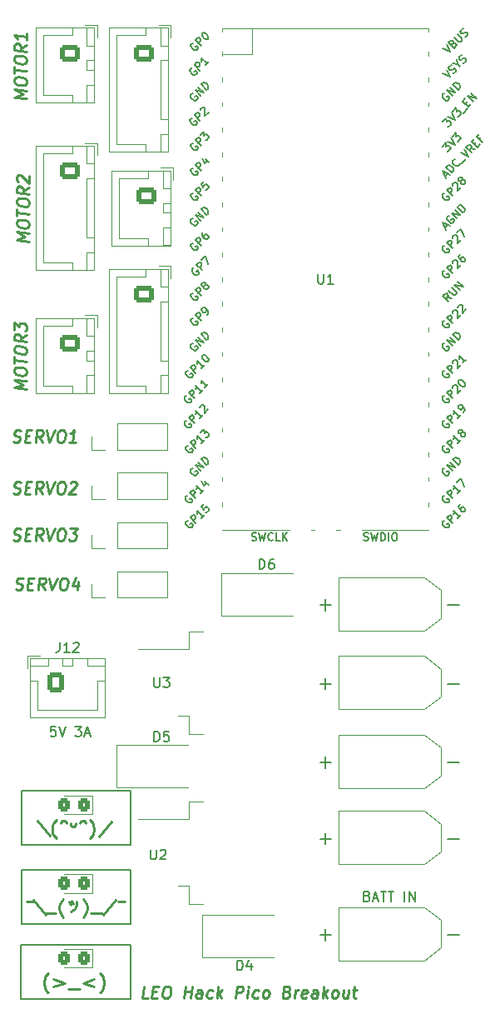
<source format=gto>
%TF.GenerationSoftware,KiCad,Pcbnew,(6.0.0)*%
%TF.CreationDate,2022-01-02T23:15:28+00:00*%
%TF.ProjectId,main_distro,6d61696e-5f64-4697-9374-726f2e6b6963,rev?*%
%TF.SameCoordinates,Original*%
%TF.FileFunction,Legend,Top*%
%TF.FilePolarity,Positive*%
%FSLAX46Y46*%
G04 Gerber Fmt 4.6, Leading zero omitted, Abs format (unit mm)*
G04 Created by KiCad (PCBNEW (6.0.0)) date 2022-01-02 23:15:28*
%MOMM*%
%LPD*%
G01*
G04 APERTURE LIST*
G04 Aperture macros list*
%AMRoundRect*
0 Rectangle with rounded corners*
0 $1 Rounding radius*
0 $2 $3 $4 $5 $6 $7 $8 $9 X,Y pos of 4 corners*
0 Add a 4 corners polygon primitive as box body*
4,1,4,$2,$3,$4,$5,$6,$7,$8,$9,$2,$3,0*
0 Add four circle primitives for the rounded corners*
1,1,$1+$1,$2,$3*
1,1,$1+$1,$4,$5*
1,1,$1+$1,$6,$7*
1,1,$1+$1,$8,$9*
0 Add four rect primitives between the rounded corners*
20,1,$1+$1,$2,$3,$4,$5,0*
20,1,$1+$1,$4,$5,$6,$7,0*
20,1,$1+$1,$6,$7,$8,$9,0*
20,1,$1+$1,$8,$9,$2,$3,0*%
G04 Aperture macros list end*
%ADD10C,0.200000*%
%ADD11C,0.150000*%
%ADD12C,0.250000*%
%ADD13C,0.120000*%
%ADD14R,4.600000X1.100000*%
%ADD15R,9.400000X10.800000*%
%ADD16O,1.500000X1.500000*%
%ADD17O,1.800000X1.800000*%
%ADD18O,1.700000X1.700000*%
%ADD19R,3.500000X1.700000*%
%ADD20R,1.700000X1.700000*%
%ADD21R,1.700000X3.500000*%
%ADD22RoundRect,0.250000X0.325000X0.450000X-0.325000X0.450000X-0.325000X-0.450000X0.325000X-0.450000X0*%
%ADD23RoundRect,0.250000X-0.750000X0.600000X-0.750000X-0.600000X0.750000X-0.600000X0.750000X0.600000X0*%
%ADD24O,2.000000X1.700000*%
%ADD25RoundRect,0.250000X-0.725000X0.600000X-0.725000X-0.600000X0.725000X-0.600000X0.725000X0.600000X0*%
%ADD26O,1.950000X1.700000*%
%ADD27R,3.800000X3.800000*%
%ADD28C,4.000000*%
%ADD29RoundRect,0.250000X-0.600000X-0.750000X0.600000X-0.750000X0.600000X0.750000X-0.600000X0.750000X0*%
%ADD30O,1.700000X2.000000*%
%ADD31R,3.500000X2.300000*%
%ADD32C,3.800000*%
G04 APERTURE END LIST*
D10*
X82200000Y-143500000D02*
X71050000Y-143500000D01*
X71050000Y-143500000D02*
X71050000Y-138000000D01*
X71050000Y-138000000D02*
X82200000Y-138000000D01*
X82200000Y-138000000D02*
X82200000Y-143500000D01*
X71000000Y-153600000D02*
X82150000Y-153600000D01*
X82150000Y-153600000D02*
X82150000Y-159100000D01*
X82150000Y-159100000D02*
X71000000Y-159100000D01*
X71000000Y-159100000D02*
X71000000Y-153600000D01*
X82200000Y-151500000D02*
X71050000Y-151500000D01*
X71050000Y-151500000D02*
X71050000Y-146000000D01*
X71050000Y-146000000D02*
X82200000Y-146000000D01*
X82200000Y-146000000D02*
X82200000Y-151500000D01*
D11*
X74523809Y-131452380D02*
X74047619Y-131452380D01*
X74000000Y-131928571D01*
X74047619Y-131880952D01*
X74142857Y-131833333D01*
X74380952Y-131833333D01*
X74476190Y-131880952D01*
X74523809Y-131928571D01*
X74571428Y-132023809D01*
X74571428Y-132261904D01*
X74523809Y-132357142D01*
X74476190Y-132404761D01*
X74380952Y-132452380D01*
X74142857Y-132452380D01*
X74047619Y-132404761D01*
X74000000Y-132357142D01*
X74857142Y-131452380D02*
X75190476Y-132452380D01*
X75523809Y-131452380D01*
X76523809Y-131452380D02*
X77142857Y-131452380D01*
X76809523Y-131833333D01*
X76952380Y-131833333D01*
X77047619Y-131880952D01*
X77095238Y-131928571D01*
X77142857Y-132023809D01*
X77142857Y-132261904D01*
X77095238Y-132357142D01*
X77047619Y-132404761D01*
X76952380Y-132452380D01*
X76666666Y-132452380D01*
X76571428Y-132404761D01*
X76523809Y-132357142D01*
X77523809Y-132166666D02*
X78000000Y-132166666D01*
X77428571Y-132452380D02*
X77761904Y-131452380D01*
X78095238Y-132452380D01*
D12*
X70193535Y-102485714D02*
X70357821Y-102542857D01*
X70643535Y-102542857D01*
X70764964Y-102485714D01*
X70829250Y-102428571D01*
X70900678Y-102314285D01*
X70914964Y-102200000D01*
X70872107Y-102085714D01*
X70822107Y-102028571D01*
X70714964Y-101971428D01*
X70493535Y-101914285D01*
X70386392Y-101857142D01*
X70336392Y-101800000D01*
X70293535Y-101685714D01*
X70307821Y-101571428D01*
X70379250Y-101457142D01*
X70443535Y-101400000D01*
X70564964Y-101342857D01*
X70850678Y-101342857D01*
X71014964Y-101400000D01*
X71464964Y-101914285D02*
X71864964Y-101914285D01*
X71957821Y-102542857D02*
X71386392Y-102542857D01*
X71536392Y-101342857D01*
X72107821Y-101342857D01*
X73157821Y-102542857D02*
X72829250Y-101971428D01*
X72472107Y-102542857D02*
X72622107Y-101342857D01*
X73079250Y-101342857D01*
X73186392Y-101400000D01*
X73236392Y-101457142D01*
X73279250Y-101571428D01*
X73257821Y-101742857D01*
X73186392Y-101857142D01*
X73122107Y-101914285D01*
X73000678Y-101971428D01*
X72543535Y-101971428D01*
X73650678Y-101342857D02*
X73900678Y-102542857D01*
X74450678Y-101342857D01*
X75079250Y-101342857D02*
X75307821Y-101342857D01*
X75414964Y-101400000D01*
X75514964Y-101514285D01*
X75543535Y-101742857D01*
X75493535Y-102142857D01*
X75407821Y-102371428D01*
X75279250Y-102485714D01*
X75157821Y-102542857D01*
X74929250Y-102542857D01*
X74822107Y-102485714D01*
X74722107Y-102371428D01*
X74693535Y-102142857D01*
X74743535Y-101742857D01*
X74829250Y-101514285D01*
X74957821Y-101400000D01*
X75079250Y-101342857D01*
X76586392Y-102542857D02*
X75900678Y-102542857D01*
X76243535Y-102542857D02*
X76393535Y-101342857D01*
X76257821Y-101514285D01*
X76129250Y-101628571D01*
X76007821Y-101685714D01*
D11*
X106238095Y-148678571D02*
X106380952Y-148726190D01*
X106428571Y-148773809D01*
X106476190Y-148869047D01*
X106476190Y-149011904D01*
X106428571Y-149107142D01*
X106380952Y-149154761D01*
X106285714Y-149202380D01*
X105904761Y-149202380D01*
X105904761Y-148202380D01*
X106238095Y-148202380D01*
X106333333Y-148250000D01*
X106380952Y-148297619D01*
X106428571Y-148392857D01*
X106428571Y-148488095D01*
X106380952Y-148583333D01*
X106333333Y-148630952D01*
X106238095Y-148678571D01*
X105904761Y-148678571D01*
X106857142Y-148916666D02*
X107333333Y-148916666D01*
X106761904Y-149202380D02*
X107095238Y-148202380D01*
X107428571Y-149202380D01*
X107619047Y-148202380D02*
X108190476Y-148202380D01*
X107904761Y-149202380D02*
X107904761Y-148202380D01*
X108380952Y-148202380D02*
X108952380Y-148202380D01*
X108666666Y-149202380D02*
X108666666Y-148202380D01*
X110047619Y-149202380D02*
X110047619Y-148202380D01*
X110523809Y-149202380D02*
X110523809Y-148202380D01*
X111095238Y-149202380D01*
X111095238Y-148202380D01*
D12*
X72671428Y-141028571D02*
X73957142Y-142571428D01*
X74600000Y-142800000D02*
X74528571Y-142742857D01*
X74385714Y-142571428D01*
X74314285Y-142457142D01*
X74242857Y-142285714D01*
X74171428Y-142000000D01*
X74171428Y-141771428D01*
X74242857Y-141485714D01*
X74314285Y-141314285D01*
X74385714Y-141200000D01*
X74528571Y-141028571D01*
X74600000Y-140971428D01*
X75028571Y-141314285D02*
X75028571Y-141200000D01*
X75100000Y-141085714D01*
X75242857Y-141028571D01*
X75385714Y-141028571D01*
X75528571Y-141085714D01*
X75600000Y-141200000D01*
X75600000Y-141314285D01*
X76028571Y-141314285D02*
X76028571Y-141428571D01*
X76100000Y-141542857D01*
X76242857Y-141600000D01*
X76385714Y-141600000D01*
X76528571Y-141542857D01*
X76600000Y-141428571D01*
X76600000Y-141314285D01*
X77028571Y-141314285D02*
X77028571Y-141200000D01*
X77100000Y-141085714D01*
X77242857Y-141028571D01*
X77385714Y-141028571D01*
X77528571Y-141085714D01*
X77600000Y-141200000D01*
X77600000Y-141314285D01*
X78028571Y-142800000D02*
X78100000Y-142742857D01*
X78242857Y-142571428D01*
X78314285Y-142457142D01*
X78385714Y-142285714D01*
X78457142Y-142000000D01*
X78457142Y-141771428D01*
X78385714Y-141485714D01*
X78314285Y-141314285D01*
X78242857Y-141200000D01*
X78100000Y-141028571D01*
X78028571Y-140971428D01*
X80242857Y-141085714D02*
X78957142Y-142628571D01*
X70193535Y-107735714D02*
X70357821Y-107792857D01*
X70643535Y-107792857D01*
X70764964Y-107735714D01*
X70829250Y-107678571D01*
X70900678Y-107564285D01*
X70914964Y-107450000D01*
X70872107Y-107335714D01*
X70822107Y-107278571D01*
X70714964Y-107221428D01*
X70493535Y-107164285D01*
X70386392Y-107107142D01*
X70336392Y-107050000D01*
X70293535Y-106935714D01*
X70307821Y-106821428D01*
X70379250Y-106707142D01*
X70443535Y-106650000D01*
X70564964Y-106592857D01*
X70850678Y-106592857D01*
X71014964Y-106650000D01*
X71464964Y-107164285D02*
X71864964Y-107164285D01*
X71957821Y-107792857D02*
X71386392Y-107792857D01*
X71536392Y-106592857D01*
X72107821Y-106592857D01*
X73157821Y-107792857D02*
X72829250Y-107221428D01*
X72472107Y-107792857D02*
X72622107Y-106592857D01*
X73079250Y-106592857D01*
X73186392Y-106650000D01*
X73236392Y-106707142D01*
X73279250Y-106821428D01*
X73257821Y-106992857D01*
X73186392Y-107107142D01*
X73122107Y-107164285D01*
X73000678Y-107221428D01*
X72543535Y-107221428D01*
X73650678Y-106592857D02*
X73900678Y-107792857D01*
X74450678Y-106592857D01*
X75079250Y-106592857D02*
X75307821Y-106592857D01*
X75414964Y-106650000D01*
X75514964Y-106764285D01*
X75543535Y-106992857D01*
X75493535Y-107392857D01*
X75407821Y-107621428D01*
X75279250Y-107735714D01*
X75157821Y-107792857D01*
X74929250Y-107792857D01*
X74822107Y-107735714D01*
X74722107Y-107621428D01*
X74693535Y-107392857D01*
X74743535Y-106992857D01*
X74829250Y-106764285D01*
X74957821Y-106650000D01*
X75079250Y-106592857D01*
X76036392Y-106707142D02*
X76100678Y-106650000D01*
X76222107Y-106592857D01*
X76507821Y-106592857D01*
X76614964Y-106650000D01*
X76664964Y-106707142D01*
X76707821Y-106821428D01*
X76693535Y-106935714D01*
X76614964Y-107107142D01*
X75843535Y-107792857D01*
X76586392Y-107792857D01*
X71542857Y-97149321D02*
X70342857Y-96999321D01*
X71200000Y-96706464D01*
X70342857Y-96199321D01*
X71542857Y-96349321D01*
X70342857Y-95399321D02*
X70342857Y-95170750D01*
X70400000Y-95063607D01*
X70514285Y-94963607D01*
X70742857Y-94935035D01*
X71142857Y-94985035D01*
X71371428Y-95070750D01*
X71485714Y-95199321D01*
X71542857Y-95320750D01*
X71542857Y-95549321D01*
X71485714Y-95656464D01*
X71371428Y-95756464D01*
X71142857Y-95785035D01*
X70742857Y-95735035D01*
X70514285Y-95649321D01*
X70400000Y-95520750D01*
X70342857Y-95399321D01*
X70342857Y-94542178D02*
X70342857Y-93856464D01*
X71542857Y-94349321D02*
X70342857Y-94199321D01*
X70342857Y-93227892D02*
X70342857Y-92999321D01*
X70400000Y-92892178D01*
X70514285Y-92792178D01*
X70742857Y-92763607D01*
X71142857Y-92813607D01*
X71371428Y-92899321D01*
X71485714Y-93027892D01*
X71542857Y-93149321D01*
X71542857Y-93377892D01*
X71485714Y-93485035D01*
X71371428Y-93585035D01*
X71142857Y-93613607D01*
X70742857Y-93563607D01*
X70514285Y-93477892D01*
X70400000Y-93349321D01*
X70342857Y-93227892D01*
X71542857Y-91663607D02*
X70971428Y-91992178D01*
X71542857Y-92349321D02*
X70342857Y-92199321D01*
X70342857Y-91742178D01*
X70400000Y-91635035D01*
X70457142Y-91585035D01*
X70571428Y-91542178D01*
X70742857Y-91563607D01*
X70857142Y-91635035D01*
X70914285Y-91699321D01*
X70971428Y-91820750D01*
X70971428Y-92277892D01*
X70342857Y-91113607D02*
X70342857Y-90370750D01*
X70800000Y-90827892D01*
X70800000Y-90656464D01*
X70857142Y-90549321D01*
X70914285Y-90499321D01*
X71028571Y-90456464D01*
X71314285Y-90492178D01*
X71428571Y-90563607D01*
X71485714Y-90627892D01*
X71542857Y-90749321D01*
X71542857Y-91092178D01*
X71485714Y-91199321D01*
X71428571Y-91249321D01*
X83907821Y-159042857D02*
X83336392Y-159042857D01*
X83486392Y-157842857D01*
X84386392Y-158414285D02*
X84786392Y-158414285D01*
X84879250Y-159042857D02*
X84307821Y-159042857D01*
X84457821Y-157842857D01*
X85029250Y-157842857D01*
X85772107Y-157842857D02*
X86000678Y-157842857D01*
X86107821Y-157900000D01*
X86207821Y-158014285D01*
X86236392Y-158242857D01*
X86186392Y-158642857D01*
X86100678Y-158871428D01*
X85972107Y-158985714D01*
X85850678Y-159042857D01*
X85622107Y-159042857D01*
X85514964Y-158985714D01*
X85414964Y-158871428D01*
X85386392Y-158642857D01*
X85436392Y-158242857D01*
X85522107Y-158014285D01*
X85650678Y-157900000D01*
X85772107Y-157842857D01*
X87564964Y-159042857D02*
X87714964Y-157842857D01*
X87643535Y-158414285D02*
X88329250Y-158414285D01*
X88250678Y-159042857D02*
X88400678Y-157842857D01*
X89336392Y-159042857D02*
X89414964Y-158414285D01*
X89372107Y-158300000D01*
X89264964Y-158242857D01*
X89036392Y-158242857D01*
X88914964Y-158300000D01*
X89343535Y-158985714D02*
X89222107Y-159042857D01*
X88936392Y-159042857D01*
X88829250Y-158985714D01*
X88786392Y-158871428D01*
X88800678Y-158757142D01*
X88872107Y-158642857D01*
X88993535Y-158585714D01*
X89279250Y-158585714D01*
X89400678Y-158528571D01*
X90429250Y-158985714D02*
X90307821Y-159042857D01*
X90079250Y-159042857D01*
X89972107Y-158985714D01*
X89922107Y-158928571D01*
X89879250Y-158814285D01*
X89922107Y-158471428D01*
X89993535Y-158357142D01*
X90057821Y-158300000D01*
X90179250Y-158242857D01*
X90407821Y-158242857D01*
X90514964Y-158300000D01*
X90936392Y-159042857D02*
X91086392Y-157842857D01*
X91107821Y-158585714D02*
X91393535Y-159042857D01*
X91493535Y-158242857D02*
X90979250Y-158700000D01*
X92822107Y-159042857D02*
X92972107Y-157842857D01*
X93429250Y-157842857D01*
X93536392Y-157900000D01*
X93586392Y-157957142D01*
X93629250Y-158071428D01*
X93607821Y-158242857D01*
X93536392Y-158357142D01*
X93472107Y-158414285D01*
X93350678Y-158471428D01*
X92893535Y-158471428D01*
X94022107Y-159042857D02*
X94122107Y-158242857D01*
X94172107Y-157842857D02*
X94107821Y-157900000D01*
X94157821Y-157957142D01*
X94222107Y-157900000D01*
X94172107Y-157842857D01*
X94157821Y-157957142D01*
X95114964Y-158985714D02*
X94993535Y-159042857D01*
X94764964Y-159042857D01*
X94657821Y-158985714D01*
X94607821Y-158928571D01*
X94564964Y-158814285D01*
X94607821Y-158471428D01*
X94679250Y-158357142D01*
X94743535Y-158300000D01*
X94864964Y-158242857D01*
X95093535Y-158242857D01*
X95200678Y-158300000D01*
X95793535Y-159042857D02*
X95686392Y-158985714D01*
X95636392Y-158928571D01*
X95593535Y-158814285D01*
X95636392Y-158471428D01*
X95707821Y-158357142D01*
X95772107Y-158300000D01*
X95893535Y-158242857D01*
X96064964Y-158242857D01*
X96172107Y-158300000D01*
X96222107Y-158357142D01*
X96264964Y-158471428D01*
X96222107Y-158814285D01*
X96150678Y-158928571D01*
X96086392Y-158985714D01*
X95964964Y-159042857D01*
X95793535Y-159042857D01*
X98100678Y-158414285D02*
X98264964Y-158471428D01*
X98314964Y-158528571D01*
X98357821Y-158642857D01*
X98336392Y-158814285D01*
X98264964Y-158928571D01*
X98200678Y-158985714D01*
X98079250Y-159042857D01*
X97622107Y-159042857D01*
X97772107Y-157842857D01*
X98172107Y-157842857D01*
X98279250Y-157900000D01*
X98329250Y-157957142D01*
X98372107Y-158071428D01*
X98357821Y-158185714D01*
X98286392Y-158300000D01*
X98222107Y-158357142D01*
X98100678Y-158414285D01*
X97700678Y-158414285D01*
X98822107Y-159042857D02*
X98922107Y-158242857D01*
X98893535Y-158471428D02*
X98964964Y-158357142D01*
X99029250Y-158300000D01*
X99150678Y-158242857D01*
X99264964Y-158242857D01*
X100029250Y-158985714D02*
X99907821Y-159042857D01*
X99679250Y-159042857D01*
X99572107Y-158985714D01*
X99529250Y-158871428D01*
X99586392Y-158414285D01*
X99657821Y-158300000D01*
X99779250Y-158242857D01*
X100007821Y-158242857D01*
X100114964Y-158300000D01*
X100157821Y-158414285D01*
X100143535Y-158528571D01*
X99557821Y-158642857D01*
X101107821Y-159042857D02*
X101186392Y-158414285D01*
X101143535Y-158300000D01*
X101036392Y-158242857D01*
X100807821Y-158242857D01*
X100686392Y-158300000D01*
X101114964Y-158985714D02*
X100993535Y-159042857D01*
X100707821Y-159042857D01*
X100600678Y-158985714D01*
X100557821Y-158871428D01*
X100572107Y-158757142D01*
X100643535Y-158642857D01*
X100764964Y-158585714D01*
X101050678Y-158585714D01*
X101172107Y-158528571D01*
X101679250Y-159042857D02*
X101829250Y-157842857D01*
X101850678Y-158585714D02*
X102136392Y-159042857D01*
X102236392Y-158242857D02*
X101722107Y-158700000D01*
X102822107Y-159042857D02*
X102714964Y-158985714D01*
X102664964Y-158928571D01*
X102622107Y-158814285D01*
X102664964Y-158471428D01*
X102736392Y-158357142D01*
X102800678Y-158300000D01*
X102922107Y-158242857D01*
X103093535Y-158242857D01*
X103200678Y-158300000D01*
X103250678Y-158357142D01*
X103293535Y-158471428D01*
X103250678Y-158814285D01*
X103179250Y-158928571D01*
X103114964Y-158985714D01*
X102993535Y-159042857D01*
X102822107Y-159042857D01*
X104350678Y-158242857D02*
X104250678Y-159042857D01*
X103836392Y-158242857D02*
X103757821Y-158871428D01*
X103800678Y-158985714D01*
X103907821Y-159042857D01*
X104079250Y-159042857D01*
X104200678Y-158985714D01*
X104264964Y-158928571D01*
X104750678Y-158242857D02*
X105207821Y-158242857D01*
X104972107Y-157842857D02*
X104843535Y-158871428D01*
X104886392Y-158985714D01*
X104993535Y-159042857D01*
X105107821Y-159042857D01*
X70193535Y-112485714D02*
X70357821Y-112542857D01*
X70643535Y-112542857D01*
X70764964Y-112485714D01*
X70829250Y-112428571D01*
X70900678Y-112314285D01*
X70914964Y-112200000D01*
X70872107Y-112085714D01*
X70822107Y-112028571D01*
X70714964Y-111971428D01*
X70493535Y-111914285D01*
X70386392Y-111857142D01*
X70336392Y-111800000D01*
X70293535Y-111685714D01*
X70307821Y-111571428D01*
X70379250Y-111457142D01*
X70443535Y-111400000D01*
X70564964Y-111342857D01*
X70850678Y-111342857D01*
X71014964Y-111400000D01*
X71464964Y-111914285D02*
X71864964Y-111914285D01*
X71957821Y-112542857D02*
X71386392Y-112542857D01*
X71536392Y-111342857D01*
X72107821Y-111342857D01*
X73157821Y-112542857D02*
X72829250Y-111971428D01*
X72472107Y-112542857D02*
X72622107Y-111342857D01*
X73079250Y-111342857D01*
X73186392Y-111400000D01*
X73236392Y-111457142D01*
X73279250Y-111571428D01*
X73257821Y-111742857D01*
X73186392Y-111857142D01*
X73122107Y-111914285D01*
X73000678Y-111971428D01*
X72543535Y-111971428D01*
X73650678Y-111342857D02*
X73900678Y-112542857D01*
X74450678Y-111342857D01*
X75079250Y-111342857D02*
X75307821Y-111342857D01*
X75414964Y-111400000D01*
X75514964Y-111514285D01*
X75543535Y-111742857D01*
X75493535Y-112142857D01*
X75407821Y-112371428D01*
X75279250Y-112485714D01*
X75157821Y-112542857D01*
X74929250Y-112542857D01*
X74822107Y-112485714D01*
X74722107Y-112371428D01*
X74693535Y-112142857D01*
X74743535Y-111742857D01*
X74829250Y-111514285D01*
X74957821Y-111400000D01*
X75079250Y-111342857D01*
X75993535Y-111342857D02*
X76736392Y-111342857D01*
X76279250Y-111800000D01*
X76450678Y-111800000D01*
X76557821Y-111857142D01*
X76607821Y-111914285D01*
X76650678Y-112028571D01*
X76614964Y-112314285D01*
X76543535Y-112428571D01*
X76479250Y-112485714D01*
X76357821Y-112542857D01*
X76014964Y-112542857D01*
X75907821Y-112485714D01*
X75857821Y-112428571D01*
X73757142Y-158483333D02*
X73685714Y-158421428D01*
X73542857Y-158235714D01*
X73471428Y-158111904D01*
X73400000Y-157926190D01*
X73328571Y-157616666D01*
X73328571Y-157369047D01*
X73400000Y-157059523D01*
X73471428Y-156873809D01*
X73542857Y-156750000D01*
X73685714Y-156564285D01*
X73757142Y-156502380D01*
X74328571Y-157121428D02*
X75471428Y-157492857D01*
X74328571Y-157864285D01*
X75828571Y-158111904D02*
X76971428Y-158111904D01*
X78471428Y-157121428D02*
X77328571Y-157492857D01*
X78471428Y-157864285D01*
X79042857Y-158483333D02*
X79114285Y-158421428D01*
X79257142Y-158235714D01*
X79328571Y-158111904D01*
X79400000Y-157926190D01*
X79471428Y-157616666D01*
X79471428Y-157369047D01*
X79400000Y-157059523D01*
X79328571Y-156873809D01*
X79257142Y-156750000D01*
X79114285Y-156564285D01*
X79042857Y-156502380D01*
X71542857Y-67649321D02*
X70342857Y-67499321D01*
X71200000Y-67206464D01*
X70342857Y-66699321D01*
X71542857Y-66849321D01*
X70342857Y-65899321D02*
X70342857Y-65670750D01*
X70400000Y-65563607D01*
X70514285Y-65463607D01*
X70742857Y-65435035D01*
X71142857Y-65485035D01*
X71371428Y-65570750D01*
X71485714Y-65699321D01*
X71542857Y-65820750D01*
X71542857Y-66049321D01*
X71485714Y-66156464D01*
X71371428Y-66256464D01*
X71142857Y-66285035D01*
X70742857Y-66235035D01*
X70514285Y-66149321D01*
X70400000Y-66020750D01*
X70342857Y-65899321D01*
X70342857Y-65042178D02*
X70342857Y-64356464D01*
X71542857Y-64849321D02*
X70342857Y-64699321D01*
X70342857Y-63727892D02*
X70342857Y-63499321D01*
X70400000Y-63392178D01*
X70514285Y-63292178D01*
X70742857Y-63263607D01*
X71142857Y-63313607D01*
X71371428Y-63399321D01*
X71485714Y-63527892D01*
X71542857Y-63649321D01*
X71542857Y-63877892D01*
X71485714Y-63985035D01*
X71371428Y-64085035D01*
X71142857Y-64113607D01*
X70742857Y-64063607D01*
X70514285Y-63977892D01*
X70400000Y-63849321D01*
X70342857Y-63727892D01*
X71542857Y-62163607D02*
X70971428Y-62492178D01*
X71542857Y-62849321D02*
X70342857Y-62699321D01*
X70342857Y-62242178D01*
X70400000Y-62135035D01*
X70457142Y-62085035D01*
X70571428Y-62042178D01*
X70742857Y-62063607D01*
X70857142Y-62135035D01*
X70914285Y-62199321D01*
X70971428Y-62320750D01*
X70971428Y-62777892D01*
X71542857Y-61020750D02*
X71542857Y-61706464D01*
X71542857Y-61363607D02*
X70342857Y-61213607D01*
X70514285Y-61349321D01*
X70628571Y-61477892D01*
X70685714Y-61599321D01*
X70443535Y-117485714D02*
X70607821Y-117542857D01*
X70893535Y-117542857D01*
X71014964Y-117485714D01*
X71079250Y-117428571D01*
X71150678Y-117314285D01*
X71164964Y-117200000D01*
X71122107Y-117085714D01*
X71072107Y-117028571D01*
X70964964Y-116971428D01*
X70743535Y-116914285D01*
X70636392Y-116857142D01*
X70586392Y-116800000D01*
X70543535Y-116685714D01*
X70557821Y-116571428D01*
X70629250Y-116457142D01*
X70693535Y-116400000D01*
X70814964Y-116342857D01*
X71100678Y-116342857D01*
X71264964Y-116400000D01*
X71714964Y-116914285D02*
X72114964Y-116914285D01*
X72207821Y-117542857D02*
X71636392Y-117542857D01*
X71786392Y-116342857D01*
X72357821Y-116342857D01*
X73407821Y-117542857D02*
X73079250Y-116971428D01*
X72722107Y-117542857D02*
X72872107Y-116342857D01*
X73329250Y-116342857D01*
X73436392Y-116400000D01*
X73486392Y-116457142D01*
X73529250Y-116571428D01*
X73507821Y-116742857D01*
X73436392Y-116857142D01*
X73372107Y-116914285D01*
X73250678Y-116971428D01*
X72793535Y-116971428D01*
X73900678Y-116342857D02*
X74150678Y-117542857D01*
X74700678Y-116342857D01*
X75329250Y-116342857D02*
X75557821Y-116342857D01*
X75664964Y-116400000D01*
X75764964Y-116514285D01*
X75793535Y-116742857D01*
X75743535Y-117142857D01*
X75657821Y-117371428D01*
X75529250Y-117485714D01*
X75407821Y-117542857D01*
X75179250Y-117542857D01*
X75072107Y-117485714D01*
X74972107Y-117371428D01*
X74943535Y-117142857D01*
X74993535Y-116742857D01*
X75079250Y-116514285D01*
X75207821Y-116400000D01*
X75329250Y-116342857D01*
X76822107Y-116742857D02*
X76722107Y-117542857D01*
X76593535Y-116285714D02*
X76200678Y-117142857D01*
X76943535Y-117142857D01*
X71792857Y-82149321D02*
X70592857Y-81999321D01*
X71450000Y-81706464D01*
X70592857Y-81199321D01*
X71792857Y-81349321D01*
X70592857Y-80399321D02*
X70592857Y-80170750D01*
X70650000Y-80063607D01*
X70764285Y-79963607D01*
X70992857Y-79935035D01*
X71392857Y-79985035D01*
X71621428Y-80070750D01*
X71735714Y-80199321D01*
X71792857Y-80320750D01*
X71792857Y-80549321D01*
X71735714Y-80656464D01*
X71621428Y-80756464D01*
X71392857Y-80785035D01*
X70992857Y-80735035D01*
X70764285Y-80649321D01*
X70650000Y-80520750D01*
X70592857Y-80399321D01*
X70592857Y-79542178D02*
X70592857Y-78856464D01*
X71792857Y-79349321D02*
X70592857Y-79199321D01*
X70592857Y-78227892D02*
X70592857Y-77999321D01*
X70650000Y-77892178D01*
X70764285Y-77792178D01*
X70992857Y-77763607D01*
X71392857Y-77813607D01*
X71621428Y-77899321D01*
X71735714Y-78027892D01*
X71792857Y-78149321D01*
X71792857Y-78377892D01*
X71735714Y-78485035D01*
X71621428Y-78585035D01*
X71392857Y-78613607D01*
X70992857Y-78563607D01*
X70764285Y-78477892D01*
X70650000Y-78349321D01*
X70592857Y-78227892D01*
X71792857Y-76663607D02*
X71221428Y-76992178D01*
X71792857Y-77349321D02*
X70592857Y-77199321D01*
X70592857Y-76742178D01*
X70650000Y-76635035D01*
X70707142Y-76585035D01*
X70821428Y-76542178D01*
X70992857Y-76563607D01*
X71107142Y-76635035D01*
X71164285Y-76699321D01*
X71221428Y-76820750D01*
X71221428Y-77277892D01*
X70707142Y-76070750D02*
X70650000Y-76006464D01*
X70592857Y-75885035D01*
X70592857Y-75599321D01*
X70650000Y-75492178D01*
X70707142Y-75442178D01*
X70821428Y-75399321D01*
X70935714Y-75413607D01*
X71107142Y-75492178D01*
X71792857Y-76263607D01*
X71792857Y-75520750D01*
X71600000Y-149200000D02*
X72314285Y-149200000D01*
X72242857Y-149028571D02*
X73528571Y-150571428D01*
X73385714Y-150457142D02*
X74528571Y-150457142D01*
X75314285Y-150800000D02*
X75242857Y-150742857D01*
X75100000Y-150571428D01*
X75028571Y-150457142D01*
X74957142Y-150285714D01*
X74885714Y-150000000D01*
X74885714Y-149771428D01*
X74957142Y-149485714D01*
X75028571Y-149314285D01*
X75100000Y-149200000D01*
X75242857Y-149028571D01*
X75314285Y-148971428D01*
X75885714Y-149200000D02*
X76028571Y-149600000D01*
X76171428Y-149142857D02*
X76314285Y-149485714D01*
X76671428Y-149200000D02*
X76671428Y-149542857D01*
X76600000Y-149771428D01*
X76457142Y-150000000D01*
X76314285Y-150114285D01*
X76100000Y-150228571D01*
X77314285Y-150800000D02*
X77385714Y-150742857D01*
X77528571Y-150571428D01*
X77600000Y-150457142D01*
X77671428Y-150285714D01*
X77742857Y-150000000D01*
X77742857Y-149771428D01*
X77671428Y-149485714D01*
X77600000Y-149314285D01*
X77528571Y-149200000D01*
X77385714Y-149028571D01*
X77314285Y-148971428D01*
X78100000Y-150457142D02*
X79242857Y-150457142D01*
X80671428Y-149085714D02*
X79385714Y-150628571D01*
X80885714Y-149200000D02*
X81600000Y-149200000D01*
D11*
%TO.C,U3*%
X84538095Y-126452380D02*
X84538095Y-127261904D01*
X84585714Y-127357142D01*
X84633333Y-127404761D01*
X84728571Y-127452380D01*
X84919047Y-127452380D01*
X85014285Y-127404761D01*
X85061904Y-127357142D01*
X85109523Y-127261904D01*
X85109523Y-126452380D01*
X85490476Y-126452380D02*
X86109523Y-126452380D01*
X85776190Y-126833333D01*
X85919047Y-126833333D01*
X86014285Y-126880952D01*
X86061904Y-126928571D01*
X86109523Y-127023809D01*
X86109523Y-127261904D01*
X86061904Y-127357142D01*
X86014285Y-127404761D01*
X85919047Y-127452380D01*
X85633333Y-127452380D01*
X85538095Y-127404761D01*
X85490476Y-127357142D01*
%TO.C,U1*%
X101238095Y-85452380D02*
X101238095Y-86261904D01*
X101285714Y-86357142D01*
X101333333Y-86404761D01*
X101428571Y-86452380D01*
X101619047Y-86452380D01*
X101714285Y-86404761D01*
X101761904Y-86357142D01*
X101809523Y-86261904D01*
X101809523Y-85452380D01*
X102809523Y-86452380D02*
X102238095Y-86452380D01*
X102523809Y-86452380D02*
X102523809Y-85452380D01*
X102428571Y-85595238D01*
X102333333Y-85690476D01*
X102238095Y-85738095D01*
X114097722Y-100360592D02*
X114016910Y-100387529D01*
X113936097Y-100468341D01*
X113882223Y-100576091D01*
X113882223Y-100683841D01*
X113909160Y-100764653D01*
X113989972Y-100899340D01*
X114070784Y-100980152D01*
X114205471Y-101060964D01*
X114286284Y-101087902D01*
X114394033Y-101087902D01*
X114501783Y-101034027D01*
X114555658Y-100980152D01*
X114609532Y-100872402D01*
X114609532Y-100818528D01*
X114420971Y-100629966D01*
X114313221Y-100737715D01*
X114905844Y-100629966D02*
X114340158Y-100064280D01*
X114555658Y-99848781D01*
X114636470Y-99821844D01*
X114690345Y-99821844D01*
X114771157Y-99848781D01*
X114851969Y-99929593D01*
X114878906Y-100010406D01*
X114878906Y-100064280D01*
X114851969Y-100145093D01*
X114636470Y-100360592D01*
X115767841Y-99767969D02*
X115444592Y-100091218D01*
X115606216Y-99929593D02*
X115040531Y-99363908D01*
X115067468Y-99498595D01*
X115067468Y-99606345D01*
X115040531Y-99687157D01*
X116037215Y-99498595D02*
X116144964Y-99390845D01*
X116171902Y-99310033D01*
X116171902Y-99256158D01*
X116144964Y-99121471D01*
X116064152Y-98986784D01*
X115848653Y-98771285D01*
X115767841Y-98744348D01*
X115713966Y-98744348D01*
X115633154Y-98771285D01*
X115525404Y-98879035D01*
X115498467Y-98959847D01*
X115498467Y-99013722D01*
X115525404Y-99094534D01*
X115660091Y-99229221D01*
X115740903Y-99256158D01*
X115794778Y-99256158D01*
X115875590Y-99229221D01*
X115983340Y-99121471D01*
X116010277Y-99040659D01*
X116010277Y-98986784D01*
X115983340Y-98905972D01*
X88513096Y-82311218D02*
X88432284Y-82338155D01*
X88351471Y-82418967D01*
X88297597Y-82526717D01*
X88297597Y-82634467D01*
X88324534Y-82715279D01*
X88405346Y-82849966D01*
X88486158Y-82930778D01*
X88620845Y-83011590D01*
X88701658Y-83038528D01*
X88809407Y-83038528D01*
X88917157Y-82984653D01*
X88971032Y-82930778D01*
X89024906Y-82823028D01*
X89024906Y-82769154D01*
X88836345Y-82580592D01*
X88728595Y-82688341D01*
X89321218Y-82580592D02*
X88755532Y-82014906D01*
X88971032Y-81799407D01*
X89051844Y-81772470D01*
X89105719Y-81772470D01*
X89186531Y-81799407D01*
X89267343Y-81880219D01*
X89294280Y-81961032D01*
X89294280Y-82014906D01*
X89267343Y-82095719D01*
X89051844Y-82311218D01*
X89563654Y-81206784D02*
X89455905Y-81314534D01*
X89428967Y-81395346D01*
X89428967Y-81449221D01*
X89455905Y-81583908D01*
X89536717Y-81718595D01*
X89752216Y-81934094D01*
X89833028Y-81961032D01*
X89886903Y-81961032D01*
X89967715Y-81934094D01*
X90075465Y-81826345D01*
X90102402Y-81745532D01*
X90102402Y-81691658D01*
X90075465Y-81610845D01*
X89940778Y-81476158D01*
X89859966Y-81449221D01*
X89806091Y-81449221D01*
X89725279Y-81476158D01*
X89617529Y-81583908D01*
X89590592Y-81664720D01*
X89590592Y-81718595D01*
X89617529Y-81799407D01*
X88486158Y-67098155D02*
X88405346Y-67125093D01*
X88324534Y-67205905D01*
X88270659Y-67313654D01*
X88270659Y-67421404D01*
X88297597Y-67502216D01*
X88378409Y-67636903D01*
X88459221Y-67717715D01*
X88593908Y-67798528D01*
X88674720Y-67825465D01*
X88782470Y-67825465D01*
X88890219Y-67771590D01*
X88944094Y-67717715D01*
X88997969Y-67609966D01*
X88997969Y-67556091D01*
X88809407Y-67367529D01*
X88701658Y-67475279D01*
X89294280Y-67367529D02*
X88728595Y-66801844D01*
X89617529Y-67044280D01*
X89051844Y-66478595D01*
X89886903Y-66774906D02*
X89321218Y-66209221D01*
X89455905Y-66074534D01*
X89563654Y-66020659D01*
X89671404Y-66020659D01*
X89752216Y-66047597D01*
X89886903Y-66128409D01*
X89967715Y-66209221D01*
X90048528Y-66343908D01*
X90075465Y-66424720D01*
X90075465Y-66532470D01*
X90021590Y-66640219D01*
X89886903Y-66774906D01*
X88513096Y-89931218D02*
X88432284Y-89958155D01*
X88351471Y-90038967D01*
X88297597Y-90146717D01*
X88297597Y-90254467D01*
X88324534Y-90335279D01*
X88405346Y-90469966D01*
X88486158Y-90550778D01*
X88620845Y-90631590D01*
X88701658Y-90658528D01*
X88809407Y-90658528D01*
X88917157Y-90604653D01*
X88971032Y-90550778D01*
X89024906Y-90443028D01*
X89024906Y-90389154D01*
X88836345Y-90200592D01*
X88728595Y-90308341D01*
X89321218Y-90200592D02*
X88755532Y-89634906D01*
X88971032Y-89419407D01*
X89051844Y-89392470D01*
X89105719Y-89392470D01*
X89186531Y-89419407D01*
X89267343Y-89500219D01*
X89294280Y-89581032D01*
X89294280Y-89634906D01*
X89267343Y-89715719D01*
X89051844Y-89931218D01*
X89913841Y-89607969D02*
X90021590Y-89500219D01*
X90048528Y-89419407D01*
X90048528Y-89365532D01*
X90021590Y-89230845D01*
X89940778Y-89096158D01*
X89725279Y-88880659D01*
X89644467Y-88853722D01*
X89590592Y-88853722D01*
X89509780Y-88880659D01*
X89402030Y-88988409D01*
X89375093Y-89069221D01*
X89375093Y-89123096D01*
X89402030Y-89203908D01*
X89536717Y-89338595D01*
X89617529Y-89365532D01*
X89671404Y-89365532D01*
X89752216Y-89338595D01*
X89859966Y-89230845D01*
X89886903Y-89150033D01*
X89886903Y-89096158D01*
X89859966Y-89015346D01*
X113953129Y-62527309D02*
X114707377Y-62904433D01*
X114330253Y-62150186D01*
X114976751Y-62042436D02*
X115084500Y-61988561D01*
X115138375Y-61988561D01*
X115219187Y-62015499D01*
X115299999Y-62096311D01*
X115326937Y-62177123D01*
X115326937Y-62230998D01*
X115300000Y-62311810D01*
X115084500Y-62527309D01*
X114518815Y-61961624D01*
X114707377Y-61773062D01*
X114788189Y-61746125D01*
X114842064Y-61746125D01*
X114922876Y-61773062D01*
X114976751Y-61826937D01*
X115003688Y-61907749D01*
X115003688Y-61961624D01*
X114976751Y-62042436D01*
X114788189Y-62230998D01*
X115084500Y-61395938D02*
X115542436Y-61853874D01*
X115623248Y-61880812D01*
X115677123Y-61880812D01*
X115757935Y-61853874D01*
X115865685Y-61746125D01*
X115892622Y-61665312D01*
X115892622Y-61611438D01*
X115865685Y-61530625D01*
X115407749Y-61072690D01*
X116188934Y-61369001D02*
X116296683Y-61315126D01*
X116431370Y-61180439D01*
X116458308Y-61099627D01*
X116458308Y-61045752D01*
X116431370Y-60964940D01*
X116377496Y-60911065D01*
X116296683Y-60884128D01*
X116242809Y-60884128D01*
X116161996Y-60911065D01*
X116027309Y-60991877D01*
X115946497Y-61018815D01*
X115892622Y-61018815D01*
X115811810Y-60991877D01*
X115757935Y-60938003D01*
X115730998Y-60857190D01*
X115730998Y-60803316D01*
X115757935Y-60722503D01*
X115892622Y-60587816D01*
X116000372Y-60533942D01*
X114097722Y-107980592D02*
X114016910Y-108007529D01*
X113936097Y-108088341D01*
X113882223Y-108196091D01*
X113882223Y-108303841D01*
X113909160Y-108384653D01*
X113989972Y-108519340D01*
X114070784Y-108600152D01*
X114205471Y-108680964D01*
X114286284Y-108707902D01*
X114394033Y-108707902D01*
X114501783Y-108654027D01*
X114555658Y-108600152D01*
X114609532Y-108492402D01*
X114609532Y-108438528D01*
X114420971Y-108249966D01*
X114313221Y-108357715D01*
X114905844Y-108249966D02*
X114340158Y-107684280D01*
X114555658Y-107468781D01*
X114636470Y-107441844D01*
X114690345Y-107441844D01*
X114771157Y-107468781D01*
X114851969Y-107549593D01*
X114878906Y-107630406D01*
X114878906Y-107684280D01*
X114851969Y-107765093D01*
X114636470Y-107980592D01*
X115767841Y-107387969D02*
X115444592Y-107711218D01*
X115606216Y-107549593D02*
X115040531Y-106983908D01*
X115067468Y-107118595D01*
X115067468Y-107226345D01*
X115040531Y-107307157D01*
X115390717Y-106633722D02*
X115767841Y-106256598D01*
X116091089Y-107064720D01*
X114097722Y-95290592D02*
X114016910Y-95317529D01*
X113936097Y-95398341D01*
X113882223Y-95506091D01*
X113882223Y-95613841D01*
X113909160Y-95694653D01*
X113989972Y-95829340D01*
X114070784Y-95910152D01*
X114205471Y-95990964D01*
X114286284Y-96017902D01*
X114394033Y-96017902D01*
X114501783Y-95964027D01*
X114555658Y-95910152D01*
X114609532Y-95802402D01*
X114609532Y-95748528D01*
X114420971Y-95559966D01*
X114313221Y-95667715D01*
X114905844Y-95559966D02*
X114340158Y-94994280D01*
X114555658Y-94778781D01*
X114636470Y-94751844D01*
X114690345Y-94751844D01*
X114771157Y-94778781D01*
X114851969Y-94859593D01*
X114878906Y-94940406D01*
X114878906Y-94994280D01*
X114851969Y-95075093D01*
X114636470Y-95290592D01*
X114932781Y-94509407D02*
X114932781Y-94455532D01*
X114959719Y-94374720D01*
X115094406Y-94240033D01*
X115175218Y-94213096D01*
X115229093Y-94213096D01*
X115309905Y-94240033D01*
X115363780Y-94293908D01*
X115417654Y-94401658D01*
X115417654Y-95048155D01*
X115767841Y-94697969D01*
X116306589Y-94159221D02*
X115983340Y-94482470D01*
X116144964Y-94320845D02*
X115579279Y-93755160D01*
X115606216Y-93889847D01*
X115606216Y-93997597D01*
X115579279Y-94078409D01*
X88486158Y-79798155D02*
X88405346Y-79825093D01*
X88324534Y-79905905D01*
X88270659Y-80013654D01*
X88270659Y-80121404D01*
X88297597Y-80202216D01*
X88378409Y-80336903D01*
X88459221Y-80417715D01*
X88593908Y-80498528D01*
X88674720Y-80525465D01*
X88782470Y-80525465D01*
X88890219Y-80471590D01*
X88944094Y-80417715D01*
X88997969Y-80309966D01*
X88997969Y-80256091D01*
X88809407Y-80067529D01*
X88701658Y-80175279D01*
X89294280Y-80067529D02*
X88728595Y-79501844D01*
X89617529Y-79744280D01*
X89051844Y-79178595D01*
X89886903Y-79474906D02*
X89321218Y-78909221D01*
X89455905Y-78774534D01*
X89563654Y-78720659D01*
X89671404Y-78720659D01*
X89752216Y-78747597D01*
X89886903Y-78828409D01*
X89967715Y-78909221D01*
X90048528Y-79043908D01*
X90075465Y-79124720D01*
X90075465Y-79232470D01*
X90021590Y-79340219D01*
X89886903Y-79474906D01*
X113920473Y-65069966D02*
X114674720Y-65447089D01*
X114297597Y-64692842D01*
X114997969Y-65069966D02*
X115105719Y-65016091D01*
X115240406Y-64881404D01*
X115267343Y-64800592D01*
X115267343Y-64746717D01*
X115240406Y-64665905D01*
X115186531Y-64612030D01*
X115105719Y-64585093D01*
X115051844Y-64585093D01*
X114971032Y-64612030D01*
X114836345Y-64692842D01*
X114755532Y-64719780D01*
X114701658Y-64719780D01*
X114620845Y-64692842D01*
X114566971Y-64638967D01*
X114540033Y-64558155D01*
X114540033Y-64504280D01*
X114566971Y-64423468D01*
X114701658Y-64288781D01*
X114809407Y-64234906D01*
X115428967Y-64154094D02*
X115698341Y-64423468D01*
X114944094Y-64046345D02*
X115428967Y-64154094D01*
X115321218Y-63669221D01*
X116021590Y-64046345D02*
X116129340Y-63992470D01*
X116264027Y-63857783D01*
X116290964Y-63776971D01*
X116290964Y-63723096D01*
X116264027Y-63642284D01*
X116210152Y-63588409D01*
X116129340Y-63561471D01*
X116075465Y-63561471D01*
X115994653Y-63588409D01*
X115859966Y-63669221D01*
X115779154Y-63696158D01*
X115725279Y-63696158D01*
X115644467Y-63669221D01*
X115590592Y-63615346D01*
X115563654Y-63534534D01*
X115563654Y-63480659D01*
X115590592Y-63399847D01*
X115725279Y-63265160D01*
X115833028Y-63211285D01*
X105904761Y-112523809D02*
X106019047Y-112561904D01*
X106209523Y-112561904D01*
X106285714Y-112523809D01*
X106323809Y-112485714D01*
X106361904Y-112409523D01*
X106361904Y-112333333D01*
X106323809Y-112257142D01*
X106285714Y-112219047D01*
X106209523Y-112180952D01*
X106057142Y-112142857D01*
X105980952Y-112104761D01*
X105942857Y-112066666D01*
X105904761Y-111990476D01*
X105904761Y-111914285D01*
X105942857Y-111838095D01*
X105980952Y-111800000D01*
X106057142Y-111761904D01*
X106247619Y-111761904D01*
X106361904Y-111800000D01*
X106628571Y-111761904D02*
X106819047Y-112561904D01*
X106971428Y-111990476D01*
X107123809Y-112561904D01*
X107314285Y-111761904D01*
X107619047Y-112561904D02*
X107619047Y-111761904D01*
X107809523Y-111761904D01*
X107923809Y-111800000D01*
X108000000Y-111876190D01*
X108038095Y-111952380D01*
X108076190Y-112104761D01*
X108076190Y-112219047D01*
X108038095Y-112371428D01*
X108000000Y-112447619D01*
X107923809Y-112523809D01*
X107809523Y-112561904D01*
X107619047Y-112561904D01*
X108419047Y-112561904D02*
X108419047Y-111761904D01*
X108952380Y-111761904D02*
X109104761Y-111761904D01*
X109180952Y-111800000D01*
X109257142Y-111876190D01*
X109295238Y-112028571D01*
X109295238Y-112295238D01*
X109257142Y-112447619D01*
X109180952Y-112523809D01*
X109104761Y-112561904D01*
X108952380Y-112561904D01*
X108876190Y-112523809D01*
X108800000Y-112447619D01*
X108761904Y-112295238D01*
X108761904Y-112028571D01*
X108800000Y-111876190D01*
X108876190Y-111800000D01*
X108952380Y-111761904D01*
X114086158Y-67098155D02*
X114005346Y-67125093D01*
X113924534Y-67205905D01*
X113870659Y-67313654D01*
X113870659Y-67421404D01*
X113897597Y-67502216D01*
X113978409Y-67636903D01*
X114059221Y-67717715D01*
X114193908Y-67798528D01*
X114274720Y-67825465D01*
X114382470Y-67825465D01*
X114490219Y-67771590D01*
X114544094Y-67717715D01*
X114597969Y-67609966D01*
X114597969Y-67556091D01*
X114409407Y-67367529D01*
X114301658Y-67475279D01*
X114894280Y-67367529D02*
X114328595Y-66801844D01*
X115217529Y-67044280D01*
X114651844Y-66478595D01*
X115486903Y-66774906D02*
X114921218Y-66209221D01*
X115055905Y-66074534D01*
X115163654Y-66020659D01*
X115271404Y-66020659D01*
X115352216Y-66047597D01*
X115486903Y-66128409D01*
X115567715Y-66209221D01*
X115648528Y-66343908D01*
X115675465Y-66424720D01*
X115675465Y-66532470D01*
X115621590Y-66640219D01*
X115486903Y-66774906D01*
X114086158Y-105198155D02*
X114005346Y-105225093D01*
X113924534Y-105305905D01*
X113870659Y-105413654D01*
X113870659Y-105521404D01*
X113897597Y-105602216D01*
X113978409Y-105736903D01*
X114059221Y-105817715D01*
X114193908Y-105898528D01*
X114274720Y-105925465D01*
X114382470Y-105925465D01*
X114490219Y-105871590D01*
X114544094Y-105817715D01*
X114597969Y-105709966D01*
X114597969Y-105656091D01*
X114409407Y-105467529D01*
X114301658Y-105575279D01*
X114894280Y-105467529D02*
X114328595Y-104901844D01*
X115217529Y-105144280D01*
X114651844Y-104578595D01*
X115486903Y-104874906D02*
X114921218Y-104309221D01*
X115055905Y-104174534D01*
X115163654Y-104120659D01*
X115271404Y-104120659D01*
X115352216Y-104147597D01*
X115486903Y-104228409D01*
X115567715Y-104309221D01*
X115648528Y-104443908D01*
X115675465Y-104524720D01*
X115675465Y-104632470D01*
X115621590Y-104740219D01*
X115486903Y-104874906D01*
X87989722Y-102900592D02*
X87908910Y-102927529D01*
X87828097Y-103008341D01*
X87774223Y-103116091D01*
X87774223Y-103223841D01*
X87801160Y-103304653D01*
X87881972Y-103439340D01*
X87962784Y-103520152D01*
X88097471Y-103600964D01*
X88178284Y-103627902D01*
X88286033Y-103627902D01*
X88393783Y-103574027D01*
X88447658Y-103520152D01*
X88501532Y-103412402D01*
X88501532Y-103358528D01*
X88312971Y-103169966D01*
X88205221Y-103277715D01*
X88797844Y-103169966D02*
X88232158Y-102604280D01*
X88447658Y-102388781D01*
X88528470Y-102361844D01*
X88582345Y-102361844D01*
X88663157Y-102388781D01*
X88743969Y-102469593D01*
X88770906Y-102550406D01*
X88770906Y-102604280D01*
X88743969Y-102685093D01*
X88528470Y-102900592D01*
X89659841Y-102307969D02*
X89336592Y-102631218D01*
X89498216Y-102469593D02*
X88932531Y-101903908D01*
X88959468Y-102038595D01*
X88959468Y-102146345D01*
X88932531Y-102227157D01*
X89282717Y-101553722D02*
X89632903Y-101203536D01*
X89659841Y-101607597D01*
X89740653Y-101526784D01*
X89821465Y-101499847D01*
X89875340Y-101499847D01*
X89956152Y-101526784D01*
X90090839Y-101661471D01*
X90117776Y-101742284D01*
X90117776Y-101796158D01*
X90090839Y-101876971D01*
X89929215Y-102038595D01*
X89848402Y-102065532D01*
X89794528Y-102065532D01*
X88486158Y-92498155D02*
X88405346Y-92525093D01*
X88324534Y-92605905D01*
X88270659Y-92713654D01*
X88270659Y-92821404D01*
X88297597Y-92902216D01*
X88378409Y-93036903D01*
X88459221Y-93117715D01*
X88593908Y-93198528D01*
X88674720Y-93225465D01*
X88782470Y-93225465D01*
X88890219Y-93171590D01*
X88944094Y-93117715D01*
X88997969Y-93009966D01*
X88997969Y-92956091D01*
X88809407Y-92767529D01*
X88701658Y-92875279D01*
X89294280Y-92767529D02*
X88728595Y-92201844D01*
X89617529Y-92444280D01*
X89051844Y-91878595D01*
X89886903Y-92174906D02*
X89321218Y-91609221D01*
X89455905Y-91474534D01*
X89563654Y-91420659D01*
X89671404Y-91420659D01*
X89752216Y-91447597D01*
X89886903Y-91528409D01*
X89967715Y-91609221D01*
X90048528Y-91743908D01*
X90075465Y-91824720D01*
X90075465Y-91932470D01*
X90021590Y-92040219D01*
X89886903Y-92174906D01*
X87989722Y-95280592D02*
X87908910Y-95307529D01*
X87828097Y-95388341D01*
X87774223Y-95496091D01*
X87774223Y-95603841D01*
X87801160Y-95684653D01*
X87881972Y-95819340D01*
X87962784Y-95900152D01*
X88097471Y-95980964D01*
X88178284Y-96007902D01*
X88286033Y-96007902D01*
X88393783Y-95954027D01*
X88447658Y-95900152D01*
X88501532Y-95792402D01*
X88501532Y-95738528D01*
X88312971Y-95549966D01*
X88205221Y-95657715D01*
X88797844Y-95549966D02*
X88232158Y-94984280D01*
X88447658Y-94768781D01*
X88528470Y-94741844D01*
X88582345Y-94741844D01*
X88663157Y-94768781D01*
X88743969Y-94849593D01*
X88770906Y-94930406D01*
X88770906Y-94984280D01*
X88743969Y-95065093D01*
X88528470Y-95280592D01*
X89659841Y-94687969D02*
X89336592Y-95011218D01*
X89498216Y-94849593D02*
X88932531Y-94283908D01*
X88959468Y-94418595D01*
X88959468Y-94526345D01*
X88932531Y-94607157D01*
X89444341Y-93772097D02*
X89498216Y-93718223D01*
X89579028Y-93691285D01*
X89632903Y-93691285D01*
X89713715Y-93718223D01*
X89848402Y-93799035D01*
X89983089Y-93933722D01*
X90063902Y-94068409D01*
X90090839Y-94149221D01*
X90090839Y-94203096D01*
X90063902Y-94283908D01*
X90010027Y-94337783D01*
X89929215Y-94364720D01*
X89875340Y-94364720D01*
X89794528Y-94337783D01*
X89659841Y-94256971D01*
X89525154Y-94122284D01*
X89444341Y-93987597D01*
X89417404Y-93906784D01*
X89417404Y-93852910D01*
X89444341Y-93772097D01*
X88513096Y-61991218D02*
X88432284Y-62018155D01*
X88351471Y-62098967D01*
X88297597Y-62206717D01*
X88297597Y-62314467D01*
X88324534Y-62395279D01*
X88405346Y-62529966D01*
X88486158Y-62610778D01*
X88620845Y-62691590D01*
X88701658Y-62718528D01*
X88809407Y-62718528D01*
X88917157Y-62664653D01*
X88971032Y-62610778D01*
X89024906Y-62503028D01*
X89024906Y-62449154D01*
X88836345Y-62260592D01*
X88728595Y-62368341D01*
X89321218Y-62260592D02*
X88755532Y-61694906D01*
X88971032Y-61479407D01*
X89051844Y-61452470D01*
X89105719Y-61452470D01*
X89186531Y-61479407D01*
X89267343Y-61560219D01*
X89294280Y-61641032D01*
X89294280Y-61694906D01*
X89267343Y-61775719D01*
X89051844Y-61991218D01*
X89428967Y-61021471D02*
X89482842Y-60967597D01*
X89563654Y-60940659D01*
X89617529Y-60940659D01*
X89698341Y-60967597D01*
X89833028Y-61048409D01*
X89967715Y-61183096D01*
X90048528Y-61317783D01*
X90075465Y-61398595D01*
X90075465Y-61452470D01*
X90048528Y-61533282D01*
X89994653Y-61587157D01*
X89913841Y-61614094D01*
X89859966Y-61614094D01*
X89779154Y-61587157D01*
X89644467Y-61506345D01*
X89509780Y-61371658D01*
X89428967Y-61236971D01*
X89402030Y-61156158D01*
X89402030Y-61102284D01*
X89428967Y-61021471D01*
X87989722Y-110520592D02*
X87908910Y-110547529D01*
X87828097Y-110628341D01*
X87774223Y-110736091D01*
X87774223Y-110843841D01*
X87801160Y-110924653D01*
X87881972Y-111059340D01*
X87962784Y-111140152D01*
X88097471Y-111220964D01*
X88178284Y-111247902D01*
X88286033Y-111247902D01*
X88393783Y-111194027D01*
X88447658Y-111140152D01*
X88501532Y-111032402D01*
X88501532Y-110978528D01*
X88312971Y-110789966D01*
X88205221Y-110897715D01*
X88797844Y-110789966D02*
X88232158Y-110224280D01*
X88447658Y-110008781D01*
X88528470Y-109981844D01*
X88582345Y-109981844D01*
X88663157Y-110008781D01*
X88743969Y-110089593D01*
X88770906Y-110170406D01*
X88770906Y-110224280D01*
X88743969Y-110305093D01*
X88528470Y-110520592D01*
X89659841Y-109927969D02*
X89336592Y-110251218D01*
X89498216Y-110089593D02*
X88932531Y-109523908D01*
X88959468Y-109658595D01*
X88959468Y-109766345D01*
X88932531Y-109847157D01*
X89605966Y-108850473D02*
X89336592Y-109119847D01*
X89579028Y-109416158D01*
X89579028Y-109362284D01*
X89605966Y-109281471D01*
X89740653Y-109146784D01*
X89821465Y-109119847D01*
X89875340Y-109119847D01*
X89956152Y-109146784D01*
X90090839Y-109281471D01*
X90117776Y-109362284D01*
X90117776Y-109416158D01*
X90090839Y-109496971D01*
X89956152Y-109631658D01*
X89875340Y-109658595D01*
X89821465Y-109658595D01*
X87943722Y-107980592D02*
X87862910Y-108007529D01*
X87782097Y-108088341D01*
X87728223Y-108196091D01*
X87728223Y-108303841D01*
X87755160Y-108384653D01*
X87835972Y-108519340D01*
X87916784Y-108600152D01*
X88051471Y-108680964D01*
X88132284Y-108707902D01*
X88240033Y-108707902D01*
X88347783Y-108654027D01*
X88401658Y-108600152D01*
X88455532Y-108492402D01*
X88455532Y-108438528D01*
X88266971Y-108249966D01*
X88159221Y-108357715D01*
X88751844Y-108249966D02*
X88186158Y-107684280D01*
X88401658Y-107468781D01*
X88482470Y-107441844D01*
X88536345Y-107441844D01*
X88617157Y-107468781D01*
X88697969Y-107549593D01*
X88724906Y-107630406D01*
X88724906Y-107684280D01*
X88697969Y-107765093D01*
X88482470Y-107980592D01*
X89613841Y-107387969D02*
X89290592Y-107711218D01*
X89452216Y-107549593D02*
X88886531Y-106983908D01*
X88913468Y-107118595D01*
X88913468Y-107226345D01*
X88886531Y-107307157D01*
X89721590Y-106525972D02*
X90098714Y-106903096D01*
X89371404Y-106445160D02*
X89640778Y-106983908D01*
X89990964Y-106633722D01*
X114097722Y-90200592D02*
X114016910Y-90227529D01*
X113936097Y-90308341D01*
X113882223Y-90416091D01*
X113882223Y-90523841D01*
X113909160Y-90604653D01*
X113989972Y-90739340D01*
X114070784Y-90820152D01*
X114205471Y-90900964D01*
X114286284Y-90927902D01*
X114394033Y-90927902D01*
X114501783Y-90874027D01*
X114555658Y-90820152D01*
X114609532Y-90712402D01*
X114609532Y-90658528D01*
X114420971Y-90469966D01*
X114313221Y-90577715D01*
X114905844Y-90469966D02*
X114340158Y-89904280D01*
X114555658Y-89688781D01*
X114636470Y-89661844D01*
X114690345Y-89661844D01*
X114771157Y-89688781D01*
X114851969Y-89769593D01*
X114878906Y-89850406D01*
X114878906Y-89904280D01*
X114851969Y-89985093D01*
X114636470Y-90200592D01*
X114932781Y-89419407D02*
X114932781Y-89365532D01*
X114959719Y-89284720D01*
X115094406Y-89150033D01*
X115175218Y-89123096D01*
X115229093Y-89123096D01*
X115309905Y-89150033D01*
X115363780Y-89203908D01*
X115417654Y-89311658D01*
X115417654Y-89958155D01*
X115767841Y-89607969D01*
X115471529Y-88880659D02*
X115471529Y-88826784D01*
X115498467Y-88745972D01*
X115633154Y-88611285D01*
X115713966Y-88584348D01*
X115767841Y-88584348D01*
X115848653Y-88611285D01*
X115902528Y-88665160D01*
X115956402Y-88772910D01*
X115956402Y-89419407D01*
X116306589Y-89069221D01*
X113889847Y-72490592D02*
X114240033Y-72140406D01*
X114266971Y-72544467D01*
X114347783Y-72463654D01*
X114428595Y-72436717D01*
X114482470Y-72436717D01*
X114563282Y-72463654D01*
X114697969Y-72598341D01*
X114724906Y-72679154D01*
X114724906Y-72733028D01*
X114697969Y-72813841D01*
X114536345Y-72975465D01*
X114455532Y-73002402D01*
X114401658Y-73002402D01*
X114401658Y-71978781D02*
X115155905Y-72355905D01*
X114778781Y-71601658D01*
X114913468Y-71466971D02*
X115263654Y-71116784D01*
X115290592Y-71520845D01*
X115371404Y-71440033D01*
X115452216Y-71413096D01*
X115506091Y-71413096D01*
X115586903Y-71440033D01*
X115721590Y-71574720D01*
X115748528Y-71655532D01*
X115748528Y-71709407D01*
X115721590Y-71790219D01*
X115559966Y-71951844D01*
X115479154Y-71978781D01*
X115425279Y-71978781D01*
X114097722Y-97820592D02*
X114016910Y-97847529D01*
X113936097Y-97928341D01*
X113882223Y-98036091D01*
X113882223Y-98143841D01*
X113909160Y-98224653D01*
X113989972Y-98359340D01*
X114070784Y-98440152D01*
X114205471Y-98520964D01*
X114286284Y-98547902D01*
X114394033Y-98547902D01*
X114501783Y-98494027D01*
X114555658Y-98440152D01*
X114609532Y-98332402D01*
X114609532Y-98278528D01*
X114420971Y-98089966D01*
X114313221Y-98197715D01*
X114905844Y-98089966D02*
X114340158Y-97524280D01*
X114555658Y-97308781D01*
X114636470Y-97281844D01*
X114690345Y-97281844D01*
X114771157Y-97308781D01*
X114851969Y-97389593D01*
X114878906Y-97470406D01*
X114878906Y-97524280D01*
X114851969Y-97605093D01*
X114636470Y-97820592D01*
X114932781Y-97039407D02*
X114932781Y-96985532D01*
X114959719Y-96904720D01*
X115094406Y-96770033D01*
X115175218Y-96743096D01*
X115229093Y-96743096D01*
X115309905Y-96770033D01*
X115363780Y-96823908D01*
X115417654Y-96931658D01*
X115417654Y-97578155D01*
X115767841Y-97227969D01*
X115552341Y-96312097D02*
X115606216Y-96258223D01*
X115687028Y-96231285D01*
X115740903Y-96231285D01*
X115821715Y-96258223D01*
X115956402Y-96339035D01*
X116091089Y-96473722D01*
X116171902Y-96608409D01*
X116198839Y-96689221D01*
X116198839Y-96743096D01*
X116171902Y-96823908D01*
X116118027Y-96877783D01*
X116037215Y-96904720D01*
X115983340Y-96904720D01*
X115902528Y-96877783D01*
X115767841Y-96796971D01*
X115633154Y-96662284D01*
X115552341Y-96527597D01*
X115525404Y-96446784D01*
X115525404Y-96392910D01*
X115552341Y-96312097D01*
X114086158Y-92498155D02*
X114005346Y-92525093D01*
X113924534Y-92605905D01*
X113870659Y-92713654D01*
X113870659Y-92821404D01*
X113897597Y-92902216D01*
X113978409Y-93036903D01*
X114059221Y-93117715D01*
X114193908Y-93198528D01*
X114274720Y-93225465D01*
X114382470Y-93225465D01*
X114490219Y-93171590D01*
X114544094Y-93117715D01*
X114597969Y-93009966D01*
X114597969Y-92956091D01*
X114409407Y-92767529D01*
X114301658Y-92875279D01*
X114894280Y-92767529D02*
X114328595Y-92201844D01*
X115217529Y-92444280D01*
X114651844Y-91878595D01*
X115486903Y-92174906D02*
X114921218Y-91609221D01*
X115055905Y-91474534D01*
X115163654Y-91420659D01*
X115271404Y-91420659D01*
X115352216Y-91447597D01*
X115486903Y-91528409D01*
X115567715Y-91609221D01*
X115648528Y-91743908D01*
X115675465Y-91824720D01*
X115675465Y-91932470D01*
X115621590Y-92040219D01*
X115486903Y-92174906D01*
X88513096Y-74691218D02*
X88432284Y-74718155D01*
X88351471Y-74798967D01*
X88297597Y-74906717D01*
X88297597Y-75014467D01*
X88324534Y-75095279D01*
X88405346Y-75229966D01*
X88486158Y-75310778D01*
X88620845Y-75391590D01*
X88701658Y-75418528D01*
X88809407Y-75418528D01*
X88917157Y-75364653D01*
X88971032Y-75310778D01*
X89024906Y-75203028D01*
X89024906Y-75149154D01*
X88836345Y-74960592D01*
X88728595Y-75068341D01*
X89321218Y-74960592D02*
X88755532Y-74394906D01*
X88971032Y-74179407D01*
X89051844Y-74152470D01*
X89105719Y-74152470D01*
X89186531Y-74179407D01*
X89267343Y-74260219D01*
X89294280Y-74341032D01*
X89294280Y-74394906D01*
X89267343Y-74475719D01*
X89051844Y-74691218D01*
X89752216Y-73775346D02*
X90129340Y-74152470D01*
X89402030Y-73694534D02*
X89671404Y-74233282D01*
X90021590Y-73883096D01*
X113922131Y-69958308D02*
X114272317Y-69608122D01*
X114299255Y-70012183D01*
X114380067Y-69931370D01*
X114460879Y-69904433D01*
X114514754Y-69904433D01*
X114595566Y-69931370D01*
X114730253Y-70066057D01*
X114757190Y-70146870D01*
X114757190Y-70200744D01*
X114730253Y-70281557D01*
X114568629Y-70443181D01*
X114487816Y-70470118D01*
X114433942Y-70470118D01*
X114433942Y-69446497D02*
X115188189Y-69823621D01*
X114811065Y-69069374D01*
X114945752Y-68934687D02*
X115295938Y-68584500D01*
X115322876Y-68988561D01*
X115403688Y-68907749D01*
X115484500Y-68880812D01*
X115538375Y-68880812D01*
X115619187Y-68907749D01*
X115753874Y-69042436D01*
X115780812Y-69123248D01*
X115780812Y-69177123D01*
X115753874Y-69257935D01*
X115592250Y-69419560D01*
X115511438Y-69446497D01*
X115457563Y-69446497D01*
X116023248Y-69096311D02*
X116454247Y-68665312D01*
X116238748Y-68180439D02*
X116427309Y-67991877D01*
X116804433Y-68207377D02*
X116535059Y-68476751D01*
X115969374Y-67911065D01*
X116238748Y-67641691D01*
X117046870Y-67964940D02*
X116481184Y-67399255D01*
X117370118Y-67641691D01*
X116804433Y-67076006D01*
X88513096Y-87391218D02*
X88432284Y-87418155D01*
X88351471Y-87498967D01*
X88297597Y-87606717D01*
X88297597Y-87714467D01*
X88324534Y-87795279D01*
X88405346Y-87929966D01*
X88486158Y-88010778D01*
X88620845Y-88091590D01*
X88701658Y-88118528D01*
X88809407Y-88118528D01*
X88917157Y-88064653D01*
X88971032Y-88010778D01*
X89024906Y-87903028D01*
X89024906Y-87849154D01*
X88836345Y-87660592D01*
X88728595Y-87768341D01*
X89321218Y-87660592D02*
X88755532Y-87094906D01*
X88971032Y-86879407D01*
X89051844Y-86852470D01*
X89105719Y-86852470D01*
X89186531Y-86879407D01*
X89267343Y-86960219D01*
X89294280Y-87041032D01*
X89294280Y-87094906D01*
X89267343Y-87175719D01*
X89051844Y-87391218D01*
X89644467Y-86690845D02*
X89563654Y-86717783D01*
X89509780Y-86717783D01*
X89428967Y-86690845D01*
X89402030Y-86663908D01*
X89375093Y-86583096D01*
X89375093Y-86529221D01*
X89402030Y-86448409D01*
X89509780Y-86340659D01*
X89590592Y-86313722D01*
X89644467Y-86313722D01*
X89725279Y-86340659D01*
X89752216Y-86367597D01*
X89779154Y-86448409D01*
X89779154Y-86502284D01*
X89752216Y-86583096D01*
X89644467Y-86690845D01*
X89617529Y-86771658D01*
X89617529Y-86825532D01*
X89644467Y-86906345D01*
X89752216Y-87014094D01*
X89833028Y-87041032D01*
X89886903Y-87041032D01*
X89967715Y-87014094D01*
X90075465Y-86906345D01*
X90102402Y-86825532D01*
X90102402Y-86771658D01*
X90075465Y-86690845D01*
X89967715Y-86583096D01*
X89886903Y-86556158D01*
X89833028Y-86556158D01*
X89752216Y-86583096D01*
X94490476Y-112523809D02*
X94604761Y-112561904D01*
X94795238Y-112561904D01*
X94871428Y-112523809D01*
X94909523Y-112485714D01*
X94947619Y-112409523D01*
X94947619Y-112333333D01*
X94909523Y-112257142D01*
X94871428Y-112219047D01*
X94795238Y-112180952D01*
X94642857Y-112142857D01*
X94566666Y-112104761D01*
X94528571Y-112066666D01*
X94490476Y-111990476D01*
X94490476Y-111914285D01*
X94528571Y-111838095D01*
X94566666Y-111800000D01*
X94642857Y-111761904D01*
X94833333Y-111761904D01*
X94947619Y-111800000D01*
X95214285Y-111761904D02*
X95404761Y-112561904D01*
X95557142Y-111990476D01*
X95709523Y-112561904D01*
X95900000Y-111761904D01*
X96661904Y-112485714D02*
X96623809Y-112523809D01*
X96509523Y-112561904D01*
X96433333Y-112561904D01*
X96319047Y-112523809D01*
X96242857Y-112447619D01*
X96204761Y-112371428D01*
X96166666Y-112219047D01*
X96166666Y-112104761D01*
X96204761Y-111952380D01*
X96242857Y-111876190D01*
X96319047Y-111800000D01*
X96433333Y-111761904D01*
X96509523Y-111761904D01*
X96623809Y-111800000D01*
X96661904Y-111838095D01*
X97385714Y-112561904D02*
X97004761Y-112561904D01*
X97004761Y-111761904D01*
X97652380Y-112561904D02*
X97652380Y-111761904D01*
X98109523Y-112561904D02*
X97766666Y-112104761D01*
X98109523Y-111761904D02*
X97652380Y-112219047D01*
X88613096Y-84821218D02*
X88532284Y-84848155D01*
X88451471Y-84928967D01*
X88397597Y-85036717D01*
X88397597Y-85144467D01*
X88424534Y-85225279D01*
X88505346Y-85359966D01*
X88586158Y-85440778D01*
X88720845Y-85521590D01*
X88801658Y-85548528D01*
X88909407Y-85548528D01*
X89017157Y-85494653D01*
X89071032Y-85440778D01*
X89124906Y-85333028D01*
X89124906Y-85279154D01*
X88936345Y-85090592D01*
X88828595Y-85198341D01*
X89421218Y-85090592D02*
X88855532Y-84524906D01*
X89071032Y-84309407D01*
X89151844Y-84282470D01*
X89205719Y-84282470D01*
X89286531Y-84309407D01*
X89367343Y-84390219D01*
X89394280Y-84471032D01*
X89394280Y-84524906D01*
X89367343Y-84605719D01*
X89151844Y-84821218D01*
X89367343Y-84013096D02*
X89744467Y-83635972D01*
X90067715Y-84444094D01*
X114154788Y-75533773D02*
X114424162Y-75264399D01*
X114262537Y-75749272D02*
X113885414Y-74995025D01*
X114639661Y-75372149D01*
X114828223Y-75183587D02*
X114262537Y-74617902D01*
X114397224Y-74483215D01*
X114504974Y-74429340D01*
X114612723Y-74429340D01*
X114693536Y-74456277D01*
X114828223Y-74537089D01*
X114909035Y-74617902D01*
X114989847Y-74752589D01*
X115016784Y-74833401D01*
X115016784Y-74941150D01*
X114962910Y-75048900D01*
X114828223Y-75183587D01*
X115663282Y-74240778D02*
X115663282Y-74294653D01*
X115609407Y-74402402D01*
X115555532Y-74456277D01*
X115447783Y-74510152D01*
X115340033Y-74510152D01*
X115259221Y-74483215D01*
X115124534Y-74402402D01*
X115043722Y-74321590D01*
X114962910Y-74186903D01*
X114935972Y-74106091D01*
X114935972Y-73998341D01*
X114989847Y-73890592D01*
X115043722Y-73836717D01*
X115151471Y-73782842D01*
X115205346Y-73782842D01*
X115878781Y-74240778D02*
X116309780Y-73809780D01*
X115744094Y-73136345D02*
X116498341Y-73513468D01*
X116121218Y-72759221D01*
X117198714Y-72813096D02*
X116740778Y-72732284D01*
X116875465Y-73136345D02*
X116309780Y-72570659D01*
X116525279Y-72355160D01*
X116606091Y-72328223D01*
X116659966Y-72328223D01*
X116740778Y-72355160D01*
X116821590Y-72435972D01*
X116848528Y-72516784D01*
X116848528Y-72570659D01*
X116821590Y-72651471D01*
X116606091Y-72866971D01*
X117144839Y-72274348D02*
X117333401Y-72085786D01*
X117710524Y-72301285D02*
X117441150Y-72570659D01*
X116875465Y-72004974D01*
X117144839Y-71735600D01*
X117845211Y-71573975D02*
X117656650Y-71762537D01*
X117952961Y-72058849D02*
X117387276Y-71493163D01*
X117656650Y-71223789D01*
X88513096Y-72151218D02*
X88432284Y-72178155D01*
X88351471Y-72258967D01*
X88297597Y-72366717D01*
X88297597Y-72474467D01*
X88324534Y-72555279D01*
X88405346Y-72689966D01*
X88486158Y-72770778D01*
X88620845Y-72851590D01*
X88701658Y-72878528D01*
X88809407Y-72878528D01*
X88917157Y-72824653D01*
X88971032Y-72770778D01*
X89024906Y-72663028D01*
X89024906Y-72609154D01*
X88836345Y-72420592D01*
X88728595Y-72528341D01*
X89321218Y-72420592D02*
X88755532Y-71854906D01*
X88971032Y-71639407D01*
X89051844Y-71612470D01*
X89105719Y-71612470D01*
X89186531Y-71639407D01*
X89267343Y-71720219D01*
X89294280Y-71801032D01*
X89294280Y-71854906D01*
X89267343Y-71935719D01*
X89051844Y-72151218D01*
X89267343Y-71343096D02*
X89617529Y-70992910D01*
X89644467Y-71396971D01*
X89725279Y-71316158D01*
X89806091Y-71289221D01*
X89859966Y-71289221D01*
X89940778Y-71316158D01*
X90075465Y-71450845D01*
X90102402Y-71531658D01*
X90102402Y-71585532D01*
X90075465Y-71666345D01*
X89913841Y-71827969D01*
X89833028Y-71854906D01*
X89779154Y-71854906D01*
X87843722Y-97820592D02*
X87762910Y-97847529D01*
X87682097Y-97928341D01*
X87628223Y-98036091D01*
X87628223Y-98143841D01*
X87655160Y-98224653D01*
X87735972Y-98359340D01*
X87816784Y-98440152D01*
X87951471Y-98520964D01*
X88032284Y-98547902D01*
X88140033Y-98547902D01*
X88247783Y-98494027D01*
X88301658Y-98440152D01*
X88355532Y-98332402D01*
X88355532Y-98278528D01*
X88166971Y-98089966D01*
X88059221Y-98197715D01*
X88651844Y-98089966D02*
X88086158Y-97524280D01*
X88301658Y-97308781D01*
X88382470Y-97281844D01*
X88436345Y-97281844D01*
X88517157Y-97308781D01*
X88597969Y-97389593D01*
X88624906Y-97470406D01*
X88624906Y-97524280D01*
X88597969Y-97605093D01*
X88382470Y-97820592D01*
X89513841Y-97227969D02*
X89190592Y-97551218D01*
X89352216Y-97389593D02*
X88786531Y-96823908D01*
X88813468Y-96958595D01*
X88813468Y-97066345D01*
X88786531Y-97147157D01*
X90052589Y-96689221D02*
X89729340Y-97012470D01*
X89890964Y-96850845D02*
X89325279Y-96285160D01*
X89352216Y-96419847D01*
X89352216Y-96527597D01*
X89325279Y-96608409D01*
X114097722Y-85120592D02*
X114016910Y-85147529D01*
X113936097Y-85228341D01*
X113882223Y-85336091D01*
X113882223Y-85443841D01*
X113909160Y-85524653D01*
X113989972Y-85659340D01*
X114070784Y-85740152D01*
X114205471Y-85820964D01*
X114286284Y-85847902D01*
X114394033Y-85847902D01*
X114501783Y-85794027D01*
X114555658Y-85740152D01*
X114609532Y-85632402D01*
X114609532Y-85578528D01*
X114420971Y-85389966D01*
X114313221Y-85497715D01*
X114905844Y-85389966D02*
X114340158Y-84824280D01*
X114555658Y-84608781D01*
X114636470Y-84581844D01*
X114690345Y-84581844D01*
X114771157Y-84608781D01*
X114851969Y-84689593D01*
X114878906Y-84770406D01*
X114878906Y-84824280D01*
X114851969Y-84905093D01*
X114636470Y-85120592D01*
X114932781Y-84339407D02*
X114932781Y-84285532D01*
X114959719Y-84204720D01*
X115094406Y-84070033D01*
X115175218Y-84043096D01*
X115229093Y-84043096D01*
X115309905Y-84070033D01*
X115363780Y-84123908D01*
X115417654Y-84231658D01*
X115417654Y-84878155D01*
X115767841Y-84527969D01*
X115687028Y-83477410D02*
X115579279Y-83585160D01*
X115552341Y-83665972D01*
X115552341Y-83719847D01*
X115579279Y-83854534D01*
X115660091Y-83989221D01*
X115875590Y-84204720D01*
X115956402Y-84231658D01*
X116010277Y-84231658D01*
X116091089Y-84204720D01*
X116198839Y-84096971D01*
X116225776Y-84016158D01*
X116225776Y-83962284D01*
X116198839Y-83881471D01*
X116064152Y-83746784D01*
X115983340Y-83719847D01*
X115929465Y-83719847D01*
X115848653Y-83746784D01*
X115740903Y-83854534D01*
X115713966Y-83935346D01*
X115713966Y-83989221D01*
X115740903Y-84070033D01*
X114838375Y-87943435D02*
X114380439Y-87862622D01*
X114515126Y-88266683D02*
X113949441Y-87700998D01*
X114164940Y-87485499D01*
X114245752Y-87458561D01*
X114299627Y-87458561D01*
X114380439Y-87485499D01*
X114461251Y-87566311D01*
X114488189Y-87647123D01*
X114488189Y-87700998D01*
X114461251Y-87781810D01*
X114245752Y-87997309D01*
X114515126Y-87135312D02*
X114973062Y-87593248D01*
X115053874Y-87620186D01*
X115107749Y-87620186D01*
X115188561Y-87593248D01*
X115296311Y-87485499D01*
X115323248Y-87404687D01*
X115323248Y-87350812D01*
X115296311Y-87270000D01*
X114838375Y-86812064D01*
X115673435Y-87108375D02*
X115107749Y-86542690D01*
X115996683Y-86785126D01*
X115430998Y-86219441D01*
X114097722Y-102900592D02*
X114016910Y-102927529D01*
X113936097Y-103008341D01*
X113882223Y-103116091D01*
X113882223Y-103223841D01*
X113909160Y-103304653D01*
X113989972Y-103439340D01*
X114070784Y-103520152D01*
X114205471Y-103600964D01*
X114286284Y-103627902D01*
X114394033Y-103627902D01*
X114501783Y-103574027D01*
X114555658Y-103520152D01*
X114609532Y-103412402D01*
X114609532Y-103358528D01*
X114420971Y-103169966D01*
X114313221Y-103277715D01*
X114905844Y-103169966D02*
X114340158Y-102604280D01*
X114555658Y-102388781D01*
X114636470Y-102361844D01*
X114690345Y-102361844D01*
X114771157Y-102388781D01*
X114851969Y-102469593D01*
X114878906Y-102550406D01*
X114878906Y-102604280D01*
X114851969Y-102685093D01*
X114636470Y-102900592D01*
X115767841Y-102307969D02*
X115444592Y-102631218D01*
X115606216Y-102469593D02*
X115040531Y-101903908D01*
X115067468Y-102038595D01*
X115067468Y-102146345D01*
X115040531Y-102227157D01*
X115767841Y-101661471D02*
X115687028Y-101688409D01*
X115633154Y-101688409D01*
X115552341Y-101661471D01*
X115525404Y-101634534D01*
X115498467Y-101553722D01*
X115498467Y-101499847D01*
X115525404Y-101419035D01*
X115633154Y-101311285D01*
X115713966Y-101284348D01*
X115767841Y-101284348D01*
X115848653Y-101311285D01*
X115875590Y-101338223D01*
X115902528Y-101419035D01*
X115902528Y-101472910D01*
X115875590Y-101553722D01*
X115767841Y-101661471D01*
X115740903Y-101742284D01*
X115740903Y-101796158D01*
X115767841Y-101876971D01*
X115875590Y-101984720D01*
X115956402Y-102011658D01*
X116010277Y-102011658D01*
X116091089Y-101984720D01*
X116198839Y-101876971D01*
X116225776Y-101796158D01*
X116225776Y-101742284D01*
X116198839Y-101661471D01*
X116091089Y-101553722D01*
X116010277Y-101526784D01*
X115956402Y-101526784D01*
X115875590Y-101553722D01*
X88486158Y-105198155D02*
X88405346Y-105225093D01*
X88324534Y-105305905D01*
X88270659Y-105413654D01*
X88270659Y-105521404D01*
X88297597Y-105602216D01*
X88378409Y-105736903D01*
X88459221Y-105817715D01*
X88593908Y-105898528D01*
X88674720Y-105925465D01*
X88782470Y-105925465D01*
X88890219Y-105871590D01*
X88944094Y-105817715D01*
X88997969Y-105709966D01*
X88997969Y-105656091D01*
X88809407Y-105467529D01*
X88701658Y-105575279D01*
X89294280Y-105467529D02*
X88728595Y-104901844D01*
X89617529Y-105144280D01*
X89051844Y-104578595D01*
X89886903Y-104874906D02*
X89321218Y-104309221D01*
X89455905Y-104174534D01*
X89563654Y-104120659D01*
X89671404Y-104120659D01*
X89752216Y-104147597D01*
X89886903Y-104228409D01*
X89967715Y-104309221D01*
X90048528Y-104443908D01*
X90075465Y-104524720D01*
X90075465Y-104632470D01*
X90021590Y-104740219D01*
X89886903Y-104874906D01*
X88513096Y-77231218D02*
X88432284Y-77258155D01*
X88351471Y-77338967D01*
X88297597Y-77446717D01*
X88297597Y-77554467D01*
X88324534Y-77635279D01*
X88405346Y-77769966D01*
X88486158Y-77850778D01*
X88620845Y-77931590D01*
X88701658Y-77958528D01*
X88809407Y-77958528D01*
X88917157Y-77904653D01*
X88971032Y-77850778D01*
X89024906Y-77743028D01*
X89024906Y-77689154D01*
X88836345Y-77500592D01*
X88728595Y-77608341D01*
X89321218Y-77500592D02*
X88755532Y-76934906D01*
X88971032Y-76719407D01*
X89051844Y-76692470D01*
X89105719Y-76692470D01*
X89186531Y-76719407D01*
X89267343Y-76800219D01*
X89294280Y-76881032D01*
X89294280Y-76934906D01*
X89267343Y-77015719D01*
X89051844Y-77231218D01*
X89590592Y-76099847D02*
X89321218Y-76369221D01*
X89563654Y-76665532D01*
X89563654Y-76611658D01*
X89590592Y-76530845D01*
X89725279Y-76396158D01*
X89806091Y-76369221D01*
X89859966Y-76369221D01*
X89940778Y-76396158D01*
X90075465Y-76530845D01*
X90102402Y-76611658D01*
X90102402Y-76665532D01*
X90075465Y-76746345D01*
X89940778Y-76881032D01*
X89859966Y-76907969D01*
X89806091Y-76907969D01*
X114151597Y-80740964D02*
X114420971Y-80471590D01*
X114259346Y-80956463D02*
X113882223Y-80202216D01*
X114636470Y-80579340D01*
X114582595Y-79555719D02*
X114501783Y-79582656D01*
X114420971Y-79663468D01*
X114367096Y-79771218D01*
X114367096Y-79878967D01*
X114394033Y-79959780D01*
X114474845Y-80094467D01*
X114555658Y-80175279D01*
X114690345Y-80256091D01*
X114771157Y-80283028D01*
X114878906Y-80283028D01*
X114986656Y-80229154D01*
X115040531Y-80175279D01*
X115094406Y-80067529D01*
X115094406Y-80013654D01*
X114905844Y-79825093D01*
X114798094Y-79932842D01*
X115390717Y-79825093D02*
X114825032Y-79259407D01*
X115713966Y-79501844D01*
X115148280Y-78936158D01*
X115983340Y-79232470D02*
X115417654Y-78666784D01*
X115552341Y-78532097D01*
X115660091Y-78478223D01*
X115767841Y-78478223D01*
X115848653Y-78505160D01*
X115983340Y-78585972D01*
X116064152Y-78666784D01*
X116144964Y-78801471D01*
X116171902Y-78882284D01*
X116171902Y-78990033D01*
X116118027Y-79097783D01*
X115983340Y-79232470D01*
X88413096Y-69611218D02*
X88332284Y-69638155D01*
X88251471Y-69718967D01*
X88197597Y-69826717D01*
X88197597Y-69934467D01*
X88224534Y-70015279D01*
X88305346Y-70149966D01*
X88386158Y-70230778D01*
X88520845Y-70311590D01*
X88601658Y-70338528D01*
X88709407Y-70338528D01*
X88817157Y-70284653D01*
X88871032Y-70230778D01*
X88924906Y-70123028D01*
X88924906Y-70069154D01*
X88736345Y-69880592D01*
X88628595Y-69988341D01*
X89221218Y-69880592D02*
X88655532Y-69314906D01*
X88871032Y-69099407D01*
X88951844Y-69072470D01*
X89005719Y-69072470D01*
X89086531Y-69099407D01*
X89167343Y-69180219D01*
X89194280Y-69261032D01*
X89194280Y-69314906D01*
X89167343Y-69395719D01*
X88951844Y-69611218D01*
X89248155Y-68830033D02*
X89248155Y-68776158D01*
X89275093Y-68695346D01*
X89409780Y-68560659D01*
X89490592Y-68533722D01*
X89544467Y-68533722D01*
X89625279Y-68560659D01*
X89679154Y-68614534D01*
X89733028Y-68722284D01*
X89733028Y-69368781D01*
X90083215Y-69018595D01*
X87843722Y-100360592D02*
X87762910Y-100387529D01*
X87682097Y-100468341D01*
X87628223Y-100576091D01*
X87628223Y-100683841D01*
X87655160Y-100764653D01*
X87735972Y-100899340D01*
X87816784Y-100980152D01*
X87951471Y-101060964D01*
X88032284Y-101087902D01*
X88140033Y-101087902D01*
X88247783Y-101034027D01*
X88301658Y-100980152D01*
X88355532Y-100872402D01*
X88355532Y-100818528D01*
X88166971Y-100629966D01*
X88059221Y-100737715D01*
X88651844Y-100629966D02*
X88086158Y-100064280D01*
X88301658Y-99848781D01*
X88382470Y-99821844D01*
X88436345Y-99821844D01*
X88517157Y-99848781D01*
X88597969Y-99929593D01*
X88624906Y-100010406D01*
X88624906Y-100064280D01*
X88597969Y-100145093D01*
X88382470Y-100360592D01*
X89513841Y-99767969D02*
X89190592Y-100091218D01*
X89352216Y-99929593D02*
X88786531Y-99363908D01*
X88813468Y-99498595D01*
X88813468Y-99606345D01*
X88786531Y-99687157D01*
X89217529Y-99040659D02*
X89217529Y-98986784D01*
X89244467Y-98905972D01*
X89379154Y-98771285D01*
X89459966Y-98744348D01*
X89513841Y-98744348D01*
X89594653Y-98771285D01*
X89648528Y-98825160D01*
X89702402Y-98932910D01*
X89702402Y-99579407D01*
X90052589Y-99229221D01*
X114097722Y-110520592D02*
X114016910Y-110547529D01*
X113936097Y-110628341D01*
X113882223Y-110736091D01*
X113882223Y-110843841D01*
X113909160Y-110924653D01*
X113989972Y-111059340D01*
X114070784Y-111140152D01*
X114205471Y-111220964D01*
X114286284Y-111247902D01*
X114394033Y-111247902D01*
X114501783Y-111194027D01*
X114555658Y-111140152D01*
X114609532Y-111032402D01*
X114609532Y-110978528D01*
X114420971Y-110789966D01*
X114313221Y-110897715D01*
X114905844Y-110789966D02*
X114340158Y-110224280D01*
X114555658Y-110008781D01*
X114636470Y-109981844D01*
X114690345Y-109981844D01*
X114771157Y-110008781D01*
X114851969Y-110089593D01*
X114878906Y-110170406D01*
X114878906Y-110224280D01*
X114851969Y-110305093D01*
X114636470Y-110520592D01*
X115767841Y-109927969D02*
X115444592Y-110251218D01*
X115606216Y-110089593D02*
X115040531Y-109523908D01*
X115067468Y-109658595D01*
X115067468Y-109766345D01*
X115040531Y-109847157D01*
X115687028Y-108877410D02*
X115579279Y-108985160D01*
X115552341Y-109065972D01*
X115552341Y-109119847D01*
X115579279Y-109254534D01*
X115660091Y-109389221D01*
X115875590Y-109604720D01*
X115956402Y-109631658D01*
X116010277Y-109631658D01*
X116091089Y-109604720D01*
X116198839Y-109496971D01*
X116225776Y-109416158D01*
X116225776Y-109362284D01*
X116198839Y-109281471D01*
X116064152Y-109146784D01*
X115983340Y-109119847D01*
X115929465Y-109119847D01*
X115848653Y-109146784D01*
X115740903Y-109254534D01*
X115713966Y-109335346D01*
X115713966Y-109389221D01*
X115740903Y-109470033D01*
X114097722Y-77246592D02*
X114016910Y-77273529D01*
X113936097Y-77354341D01*
X113882223Y-77462091D01*
X113882223Y-77569841D01*
X113909160Y-77650653D01*
X113989972Y-77785340D01*
X114070784Y-77866152D01*
X114205471Y-77946964D01*
X114286284Y-77973902D01*
X114394033Y-77973902D01*
X114501783Y-77920027D01*
X114555658Y-77866152D01*
X114609532Y-77758402D01*
X114609532Y-77704528D01*
X114420971Y-77515966D01*
X114313221Y-77623715D01*
X114905844Y-77515966D02*
X114340158Y-76950280D01*
X114555658Y-76734781D01*
X114636470Y-76707844D01*
X114690345Y-76707844D01*
X114771157Y-76734781D01*
X114851969Y-76815593D01*
X114878906Y-76896406D01*
X114878906Y-76950280D01*
X114851969Y-77031093D01*
X114636470Y-77246592D01*
X114932781Y-76465407D02*
X114932781Y-76411532D01*
X114959719Y-76330720D01*
X115094406Y-76196033D01*
X115175218Y-76169096D01*
X115229093Y-76169096D01*
X115309905Y-76196033D01*
X115363780Y-76249908D01*
X115417654Y-76357658D01*
X115417654Y-77004155D01*
X115767841Y-76653969D01*
X115767841Y-76007471D02*
X115687028Y-76034409D01*
X115633154Y-76034409D01*
X115552341Y-76007471D01*
X115525404Y-75980534D01*
X115498467Y-75899722D01*
X115498467Y-75845847D01*
X115525404Y-75765035D01*
X115633154Y-75657285D01*
X115713966Y-75630348D01*
X115767841Y-75630348D01*
X115848653Y-75657285D01*
X115875590Y-75684223D01*
X115902528Y-75765035D01*
X115902528Y-75818910D01*
X115875590Y-75899722D01*
X115767841Y-76007471D01*
X115740903Y-76088284D01*
X115740903Y-76142158D01*
X115767841Y-76222971D01*
X115875590Y-76330720D01*
X115956402Y-76357658D01*
X116010277Y-76357658D01*
X116091089Y-76330720D01*
X116198839Y-76222971D01*
X116225776Y-76142158D01*
X116225776Y-76088284D01*
X116198839Y-76007471D01*
X116091089Y-75899722D01*
X116010277Y-75872784D01*
X115956402Y-75872784D01*
X115875590Y-75899722D01*
X114097722Y-82590592D02*
X114016910Y-82617529D01*
X113936097Y-82698341D01*
X113882223Y-82806091D01*
X113882223Y-82913841D01*
X113909160Y-82994653D01*
X113989972Y-83129340D01*
X114070784Y-83210152D01*
X114205471Y-83290964D01*
X114286284Y-83317902D01*
X114394033Y-83317902D01*
X114501783Y-83264027D01*
X114555658Y-83210152D01*
X114609532Y-83102402D01*
X114609532Y-83048528D01*
X114420971Y-82859966D01*
X114313221Y-82967715D01*
X114905844Y-82859966D02*
X114340158Y-82294280D01*
X114555658Y-82078781D01*
X114636470Y-82051844D01*
X114690345Y-82051844D01*
X114771157Y-82078781D01*
X114851969Y-82159593D01*
X114878906Y-82240406D01*
X114878906Y-82294280D01*
X114851969Y-82375093D01*
X114636470Y-82590592D01*
X114932781Y-81809407D02*
X114932781Y-81755532D01*
X114959719Y-81674720D01*
X115094406Y-81540033D01*
X115175218Y-81513096D01*
X115229093Y-81513096D01*
X115309905Y-81540033D01*
X115363780Y-81593908D01*
X115417654Y-81701658D01*
X115417654Y-82348155D01*
X115767841Y-81997969D01*
X115390717Y-81243722D02*
X115767841Y-80866598D01*
X116091089Y-81674720D01*
X88413096Y-64521218D02*
X88332284Y-64548155D01*
X88251471Y-64628967D01*
X88197597Y-64736717D01*
X88197597Y-64844467D01*
X88224534Y-64925279D01*
X88305346Y-65059966D01*
X88386158Y-65140778D01*
X88520845Y-65221590D01*
X88601658Y-65248528D01*
X88709407Y-65248528D01*
X88817157Y-65194653D01*
X88871032Y-65140778D01*
X88924906Y-65033028D01*
X88924906Y-64979154D01*
X88736345Y-64790592D01*
X88628595Y-64898341D01*
X89221218Y-64790592D02*
X88655532Y-64224906D01*
X88871032Y-64009407D01*
X88951844Y-63982470D01*
X89005719Y-63982470D01*
X89086531Y-64009407D01*
X89167343Y-64090219D01*
X89194280Y-64171032D01*
X89194280Y-64224906D01*
X89167343Y-64305719D01*
X88951844Y-64521218D01*
X90083215Y-63928595D02*
X89759966Y-64251844D01*
X89921590Y-64090219D02*
X89355905Y-63524534D01*
X89382842Y-63659221D01*
X89382842Y-63766971D01*
X89355905Y-63847783D01*
%TO.C,J9*%
X101428571Y-119107142D02*
X102571428Y-119107142D01*
X102000000Y-119678571D02*
X102000000Y-118535714D01*
X114428571Y-119107142D02*
X115571428Y-119107142D01*
%TO.C,J11*%
X114428571Y-127107142D02*
X115571428Y-127107142D01*
X101428571Y-127107142D02*
X102571428Y-127107142D01*
X102000000Y-127678571D02*
X102000000Y-126535714D01*
%TO.C,J8*%
X114428571Y-135107142D02*
X115571428Y-135107142D01*
X101428571Y-135107142D02*
X102571428Y-135107142D01*
X102000000Y-135678571D02*
X102000000Y-134535714D01*
%TO.C,J12*%
X74940476Y-122902380D02*
X74940476Y-123616666D01*
X74892857Y-123759523D01*
X74797619Y-123854761D01*
X74654761Y-123902380D01*
X74559523Y-123902380D01*
X75940476Y-123902380D02*
X75369047Y-123902380D01*
X75654761Y-123902380D02*
X75654761Y-122902380D01*
X75559523Y-123045238D01*
X75464285Y-123140476D01*
X75369047Y-123188095D01*
X76321428Y-122997619D02*
X76369047Y-122950000D01*
X76464285Y-122902380D01*
X76702380Y-122902380D01*
X76797619Y-122950000D01*
X76845238Y-122997619D01*
X76892857Y-123092857D01*
X76892857Y-123188095D01*
X76845238Y-123330952D01*
X76273809Y-123902380D01*
X76892857Y-123902380D01*
%TO.C,D6*%
X95261904Y-115452380D02*
X95261904Y-114452380D01*
X95500000Y-114452380D01*
X95642857Y-114500000D01*
X95738095Y-114595238D01*
X95785714Y-114690476D01*
X95833333Y-114880952D01*
X95833333Y-115023809D01*
X95785714Y-115214285D01*
X95738095Y-115309523D01*
X95642857Y-115404761D01*
X95500000Y-115452380D01*
X95261904Y-115452380D01*
X96690476Y-114452380D02*
X96500000Y-114452380D01*
X96404761Y-114500000D01*
X96357142Y-114547619D01*
X96261904Y-114690476D01*
X96214285Y-114880952D01*
X96214285Y-115261904D01*
X96261904Y-115357142D01*
X96309523Y-115404761D01*
X96404761Y-115452380D01*
X96595238Y-115452380D01*
X96690476Y-115404761D01*
X96738095Y-115357142D01*
X96785714Y-115261904D01*
X96785714Y-115023809D01*
X96738095Y-114928571D01*
X96690476Y-114880952D01*
X96595238Y-114833333D01*
X96404761Y-114833333D01*
X96309523Y-114880952D01*
X96261904Y-114928571D01*
X96214285Y-115023809D01*
%TO.C,J10*%
X114428571Y-142857142D02*
X115571428Y-142857142D01*
X101428571Y-142857142D02*
X102571428Y-142857142D01*
X102000000Y-143428571D02*
X102000000Y-142285714D01*
%TO.C,U2*%
X84188095Y-143952380D02*
X84188095Y-144761904D01*
X84235714Y-144857142D01*
X84283333Y-144904761D01*
X84378571Y-144952380D01*
X84569047Y-144952380D01*
X84664285Y-144904761D01*
X84711904Y-144857142D01*
X84759523Y-144761904D01*
X84759523Y-143952380D01*
X85188095Y-144047619D02*
X85235714Y-144000000D01*
X85330952Y-143952380D01*
X85569047Y-143952380D01*
X85664285Y-144000000D01*
X85711904Y-144047619D01*
X85759523Y-144142857D01*
X85759523Y-144238095D01*
X85711904Y-144380952D01*
X85140476Y-144952380D01*
X85759523Y-144952380D01*
%TO.C,D5*%
X84561904Y-132952380D02*
X84561904Y-131952380D01*
X84800000Y-131952380D01*
X84942857Y-132000000D01*
X85038095Y-132095238D01*
X85085714Y-132190476D01*
X85133333Y-132380952D01*
X85133333Y-132523809D01*
X85085714Y-132714285D01*
X85038095Y-132809523D01*
X84942857Y-132904761D01*
X84800000Y-132952380D01*
X84561904Y-132952380D01*
X86038095Y-131952380D02*
X85561904Y-131952380D01*
X85514285Y-132428571D01*
X85561904Y-132380952D01*
X85657142Y-132333333D01*
X85895238Y-132333333D01*
X85990476Y-132380952D01*
X86038095Y-132428571D01*
X86085714Y-132523809D01*
X86085714Y-132761904D01*
X86038095Y-132857142D01*
X85990476Y-132904761D01*
X85895238Y-132952380D01*
X85657142Y-132952380D01*
X85561904Y-132904761D01*
X85514285Y-132857142D01*
%TO.C,J7*%
X101428571Y-152607142D02*
X102571428Y-152607142D01*
X102000000Y-153178571D02*
X102000000Y-152035714D01*
X114428571Y-152607142D02*
X115571428Y-152607142D01*
%TO.C,D4*%
X93011904Y-156202380D02*
X93011904Y-155202380D01*
X93250000Y-155202380D01*
X93392857Y-155250000D01*
X93488095Y-155345238D01*
X93535714Y-155440476D01*
X93583333Y-155630952D01*
X93583333Y-155773809D01*
X93535714Y-155964285D01*
X93488095Y-156059523D01*
X93392857Y-156154761D01*
X93250000Y-156202380D01*
X93011904Y-156202380D01*
X94440476Y-155535714D02*
X94440476Y-156202380D01*
X94202380Y-155154761D02*
X93964285Y-155869047D01*
X94583333Y-155869047D01*
D13*
%TO.C,U3*%
X88050000Y-132200000D02*
X88050000Y-130390000D01*
X88050000Y-121800000D02*
X88050000Y-123610000D01*
X89550000Y-132200000D02*
X88050000Y-132200000D01*
X89550000Y-121800000D02*
X88050000Y-121800000D01*
X88050000Y-130390000D02*
X86950000Y-130390000D01*
X88050000Y-123610000D02*
X82925000Y-123610000D01*
%TO.C,U1*%
X91500000Y-103600000D02*
X91500000Y-104000000D01*
X91500000Y-90900000D02*
X91500000Y-91300000D01*
X112500000Y-108700000D02*
X112500000Y-109100000D01*
X112500000Y-111500000D02*
X105700000Y-111500000D01*
X91500000Y-78200000D02*
X91500000Y-78600000D01*
X91500000Y-93400000D02*
X91500000Y-93800000D01*
X112500000Y-78200000D02*
X112500000Y-78600000D01*
X100500000Y-111500000D02*
X100900000Y-111500000D01*
X112500000Y-98500000D02*
X112500000Y-98900000D01*
X91500000Y-75600000D02*
X91500000Y-76000000D01*
X112500000Y-65500000D02*
X112500000Y-65900000D01*
X91500000Y-60500000D02*
X91500000Y-60800000D01*
X112500000Y-73100000D02*
X112500000Y-73500000D01*
X91500000Y-96000000D02*
X91500000Y-96400000D01*
X112500000Y-70600000D02*
X112500000Y-71000000D01*
X91500000Y-73100000D02*
X91500000Y-73500000D01*
X103100000Y-111500000D02*
X103500000Y-111500000D01*
X112500000Y-103600000D02*
X112500000Y-104000000D01*
X112500000Y-96000000D02*
X112500000Y-96400000D01*
X91500000Y-65500000D02*
X91500000Y-65900000D01*
X112500000Y-80700000D02*
X112500000Y-81100000D01*
X112500000Y-60500000D02*
X112500000Y-60800000D01*
X91500000Y-85800000D02*
X91500000Y-86200000D01*
X98300000Y-111500000D02*
X91500000Y-111500000D01*
X112500000Y-85800000D02*
X112500000Y-86200000D01*
X112500000Y-101100000D02*
X112500000Y-101500000D01*
X91500000Y-62900000D02*
X91500000Y-63300000D01*
X112500000Y-88300000D02*
X112500000Y-88700000D01*
X91500000Y-70600000D02*
X91500000Y-71000000D01*
X91500000Y-106100000D02*
X91500000Y-106500000D01*
X91500000Y-98500000D02*
X91500000Y-98900000D01*
X91500000Y-101100000D02*
X91500000Y-101500000D01*
X112500000Y-75600000D02*
X112500000Y-76000000D01*
X91500000Y-68000000D02*
X91500000Y-68400000D01*
X91500000Y-63167000D02*
X94507000Y-63167000D01*
X91500000Y-80700000D02*
X91500000Y-81100000D01*
X91500000Y-88300000D02*
X91500000Y-88700000D01*
X91500000Y-60500000D02*
X112500000Y-60500000D01*
X112500000Y-93400000D02*
X112500000Y-93800000D01*
X112500000Y-68000000D02*
X112500000Y-68400000D01*
X112500000Y-62900000D02*
X112500000Y-63300000D01*
X112500000Y-83300000D02*
X112500000Y-83700000D01*
X91500000Y-83300000D02*
X91500000Y-83700000D01*
X112500000Y-90900000D02*
X112500000Y-91300000D01*
X112500000Y-106100000D02*
X112500000Y-106500000D01*
X91500000Y-108700000D02*
X91500000Y-109100000D01*
X94507000Y-63167000D02*
X94507000Y-60500000D01*
%TO.C,D1*%
X75400000Y-155960000D02*
X78260000Y-155960000D01*
X78260000Y-154040000D02*
X75400000Y-154040000D01*
X78260000Y-155960000D02*
X78260000Y-154040000D01*
%TO.C,D2*%
X75400000Y-148360000D02*
X78260000Y-148360000D01*
X78260000Y-146440000D02*
X75400000Y-146440000D01*
X78260000Y-148360000D02*
X78260000Y-146440000D01*
%TO.C,D3*%
X75400000Y-140360000D02*
X78260000Y-140360000D01*
X78260000Y-140360000D02*
X78260000Y-138440000D01*
X78260000Y-138440000D02*
X75400000Y-138440000D01*
%TO.C,J1*%
X77700000Y-66250000D02*
X77700000Y-68050000D01*
X76200000Y-67300000D02*
X73250000Y-67300000D01*
X78450000Y-62250000D02*
X78450000Y-60450000D01*
X77700000Y-63750000D02*
X77700000Y-64750000D01*
X76200000Y-61200000D02*
X73250000Y-61200000D01*
X78450000Y-68050000D02*
X78450000Y-66250000D01*
X72490000Y-68060000D02*
X78460000Y-68060000D01*
X76200000Y-68050000D02*
X76200000Y-67300000D01*
X78450000Y-63750000D02*
X77700000Y-63750000D01*
X73250000Y-67300000D02*
X73250000Y-64250000D01*
X78750000Y-61400000D02*
X78750000Y-60150000D01*
X78450000Y-64750000D02*
X78450000Y-63750000D01*
X76200000Y-60450000D02*
X76200000Y-61200000D01*
X78460000Y-68060000D02*
X78460000Y-60440000D01*
X73250000Y-61200000D02*
X73250000Y-64250000D01*
X77700000Y-62250000D02*
X78450000Y-62250000D01*
X78450000Y-66250000D02*
X77700000Y-66250000D01*
X78460000Y-60440000D02*
X72490000Y-60440000D01*
X78750000Y-60150000D02*
X77500000Y-60150000D01*
X77700000Y-64750000D02*
X78450000Y-64750000D01*
X77700000Y-60450000D02*
X77700000Y-62250000D01*
X77700000Y-68050000D02*
X78450000Y-68050000D01*
X78450000Y-60450000D02*
X77700000Y-60450000D01*
X72490000Y-60440000D02*
X72490000Y-68060000D01*
%TO.C,J2*%
X86210000Y-82560000D02*
X86210000Y-74940000D01*
X85450000Y-80750000D02*
X85450000Y-82550000D01*
X85450000Y-82550000D02*
X86200000Y-82550000D01*
X86500000Y-74650000D02*
X85250000Y-74650000D01*
X86200000Y-74950000D02*
X85450000Y-74950000D01*
X81000000Y-81800000D02*
X81000000Y-78750000D01*
X86200000Y-82550000D02*
X86200000Y-80750000D01*
X83950000Y-82550000D02*
X83950000Y-81800000D01*
X83950000Y-74950000D02*
X83950000Y-75700000D01*
X83950000Y-81800000D02*
X81000000Y-81800000D01*
X85450000Y-76750000D02*
X86200000Y-76750000D01*
X86210000Y-74940000D02*
X80240000Y-74940000D01*
X83950000Y-75700000D02*
X81000000Y-75700000D01*
X86200000Y-79250000D02*
X86200000Y-78250000D01*
X86200000Y-76750000D02*
X86200000Y-74950000D01*
X80240000Y-82560000D02*
X86210000Y-82560000D01*
X85450000Y-79250000D02*
X86200000Y-79250000D01*
X80240000Y-74940000D02*
X80240000Y-82560000D01*
X85450000Y-74950000D02*
X85450000Y-76750000D01*
X86500000Y-75900000D02*
X86500000Y-74650000D01*
X81000000Y-75700000D02*
X81000000Y-78750000D01*
X86200000Y-78250000D02*
X85450000Y-78250000D01*
X86200000Y-80750000D02*
X85450000Y-80750000D01*
X85450000Y-78250000D02*
X85450000Y-79250000D01*
%TO.C,J3*%
X72490000Y-89940000D02*
X72490000Y-97560000D01*
X76200000Y-97550000D02*
X76200000Y-96800000D01*
X72490000Y-97560000D02*
X78460000Y-97560000D01*
X77700000Y-97550000D02*
X78450000Y-97550000D01*
X78450000Y-95750000D02*
X77700000Y-95750000D01*
X78460000Y-89940000D02*
X72490000Y-89940000D01*
X77700000Y-91750000D02*
X78450000Y-91750000D01*
X78450000Y-89950000D02*
X77700000Y-89950000D01*
X78450000Y-94250000D02*
X78450000Y-93250000D01*
X77700000Y-95750000D02*
X77700000Y-97550000D01*
X78450000Y-93250000D02*
X77700000Y-93250000D01*
X78450000Y-91750000D02*
X78450000Y-89950000D01*
X78750000Y-89650000D02*
X77500000Y-89650000D01*
X78450000Y-97550000D02*
X78450000Y-95750000D01*
X77700000Y-89950000D02*
X77700000Y-91750000D01*
X73250000Y-96800000D02*
X73250000Y-93750000D01*
X76200000Y-89950000D02*
X76200000Y-90700000D01*
X73250000Y-90700000D02*
X73250000Y-93750000D01*
X77700000Y-94250000D02*
X78450000Y-94250000D01*
X76200000Y-96800000D02*
X73250000Y-96800000D01*
X77700000Y-93250000D02*
X77700000Y-94250000D01*
X78750000Y-90900000D02*
X78750000Y-89650000D01*
X76200000Y-90700000D02*
X73250000Y-90700000D01*
X78460000Y-97560000D02*
X78460000Y-89940000D01*
%TO.C,J4*%
X85200000Y-60450000D02*
X85200000Y-62250000D01*
X83700000Y-72300000D02*
X80750000Y-72300000D01*
X85950000Y-63750000D02*
X85200000Y-63750000D01*
X86250000Y-60150000D02*
X85000000Y-60150000D01*
X85950000Y-60450000D02*
X85200000Y-60450000D01*
X83700000Y-61200000D02*
X80750000Y-61200000D01*
X79990000Y-73060000D02*
X85960000Y-73060000D01*
X85200000Y-63750000D02*
X85200000Y-69750000D01*
X83700000Y-60450000D02*
X83700000Y-61200000D01*
X85200000Y-73050000D02*
X85950000Y-73050000D01*
X79990000Y-60440000D02*
X79990000Y-73060000D01*
X86250000Y-61400000D02*
X86250000Y-60150000D01*
X80750000Y-61200000D02*
X80750000Y-66750000D01*
X85950000Y-62250000D02*
X85950000Y-60450000D01*
X85200000Y-71250000D02*
X85200000Y-73050000D01*
X85960000Y-73060000D02*
X85960000Y-60440000D01*
X85950000Y-73050000D02*
X85950000Y-71250000D01*
X83700000Y-73050000D02*
X83700000Y-72300000D01*
X85960000Y-60440000D02*
X79990000Y-60440000D01*
X85950000Y-71250000D02*
X85200000Y-71250000D01*
X80750000Y-72300000D02*
X80750000Y-66750000D01*
X85200000Y-69750000D02*
X85950000Y-69750000D01*
X85200000Y-62250000D02*
X85950000Y-62250000D01*
X85950000Y-69750000D02*
X85950000Y-63750000D01*
%TO.C,J5*%
X78450000Y-85050000D02*
X78450000Y-83250000D01*
X78450000Y-83250000D02*
X77700000Y-83250000D01*
X78450000Y-75750000D02*
X77700000Y-75750000D01*
X77700000Y-74250000D02*
X78450000Y-74250000D01*
X77700000Y-75750000D02*
X77700000Y-81750000D01*
X77700000Y-72450000D02*
X77700000Y-74250000D01*
X76200000Y-73200000D02*
X73250000Y-73200000D01*
X78750000Y-73400000D02*
X78750000Y-72150000D01*
X77700000Y-83250000D02*
X77700000Y-85050000D01*
X76200000Y-85050000D02*
X76200000Y-84300000D01*
X72490000Y-72440000D02*
X72490000Y-85060000D01*
X78460000Y-72440000D02*
X72490000Y-72440000D01*
X78460000Y-85060000D02*
X78460000Y-72440000D01*
X78450000Y-72450000D02*
X77700000Y-72450000D01*
X73250000Y-73200000D02*
X73250000Y-78750000D01*
X73250000Y-84300000D02*
X73250000Y-78750000D01*
X76200000Y-72450000D02*
X76200000Y-73200000D01*
X76200000Y-84300000D02*
X73250000Y-84300000D01*
X72490000Y-85060000D02*
X78460000Y-85060000D01*
X78450000Y-81750000D02*
X78450000Y-75750000D01*
X77700000Y-81750000D02*
X78450000Y-81750000D01*
X77700000Y-85050000D02*
X78450000Y-85050000D01*
X78750000Y-72150000D02*
X77500000Y-72150000D01*
X78450000Y-74250000D02*
X78450000Y-72450000D01*
%TO.C,J6*%
X85950000Y-95750000D02*
X85200000Y-95750000D01*
X85960000Y-84940000D02*
X79990000Y-84940000D01*
X85950000Y-88250000D02*
X85200000Y-88250000D01*
X80750000Y-96800000D02*
X80750000Y-91250000D01*
X83700000Y-84950000D02*
X83700000Y-85700000D01*
X83700000Y-97550000D02*
X83700000Y-96800000D01*
X85200000Y-95750000D02*
X85200000Y-97550000D01*
X86250000Y-84650000D02*
X85000000Y-84650000D01*
X85950000Y-94250000D02*
X85950000Y-88250000D01*
X79990000Y-97560000D02*
X85960000Y-97560000D01*
X85950000Y-86750000D02*
X85950000Y-84950000D01*
X85200000Y-86750000D02*
X85950000Y-86750000D01*
X83700000Y-85700000D02*
X80750000Y-85700000D01*
X79990000Y-84940000D02*
X79990000Y-97560000D01*
X85960000Y-97560000D02*
X85960000Y-84940000D01*
X85200000Y-88250000D02*
X85200000Y-94250000D01*
X85950000Y-97550000D02*
X85950000Y-95750000D01*
X85200000Y-84950000D02*
X85200000Y-86750000D01*
X80750000Y-85700000D02*
X80750000Y-91250000D01*
X85950000Y-84950000D02*
X85200000Y-84950000D01*
X86250000Y-85900000D02*
X86250000Y-84650000D01*
X83700000Y-96800000D02*
X80750000Y-96800000D01*
X85200000Y-94250000D02*
X85950000Y-94250000D01*
X85200000Y-97550000D02*
X85950000Y-97550000D01*
%TO.C,J16*%
X80770000Y-118330000D02*
X85910000Y-118330000D01*
X78170000Y-118330000D02*
X78170000Y-117000000D01*
X80770000Y-115670000D02*
X85910000Y-115670000D01*
X79500000Y-118330000D02*
X78170000Y-118330000D01*
X80770000Y-118330000D02*
X80770000Y-115670000D01*
X85910000Y-118330000D02*
X85910000Y-115670000D01*
%TO.C,J14*%
X80770000Y-113330000D02*
X85910000Y-113330000D01*
X79500000Y-113330000D02*
X78170000Y-113330000D01*
X80770000Y-110670000D02*
X85910000Y-110670000D01*
X78170000Y-113330000D02*
X78170000Y-112000000D01*
X85910000Y-113330000D02*
X85910000Y-110670000D01*
X80770000Y-113330000D02*
X80770000Y-110670000D01*
%TO.C,J9*%
X103290000Y-121710000D02*
X103290000Y-116290000D01*
X113710000Y-120410000D02*
X112010000Y-121710000D01*
X113710000Y-117590000D02*
X112010000Y-116290000D01*
X113710000Y-120410000D02*
X113710000Y-117590000D01*
X112010000Y-121710000D02*
X103290000Y-121710000D01*
X112010000Y-116290000D02*
X103290000Y-116290000D01*
%TO.C,J11*%
X113710000Y-128410000D02*
X112010000Y-129710000D01*
X112010000Y-124290000D02*
X103290000Y-124290000D01*
X113710000Y-125590000D02*
X112010000Y-124290000D01*
X112010000Y-129710000D02*
X103290000Y-129710000D01*
X113710000Y-128410000D02*
X113710000Y-125590000D01*
X103290000Y-129710000D02*
X103290000Y-124290000D01*
%TO.C,J8*%
X113710000Y-133590000D02*
X112010000Y-132290000D01*
X113710000Y-136410000D02*
X113710000Y-133590000D01*
X112010000Y-132290000D02*
X103290000Y-132290000D01*
X112010000Y-137710000D02*
X103290000Y-137710000D01*
X113710000Y-136410000D02*
X112010000Y-137710000D01*
X103290000Y-137710000D02*
X103290000Y-132290000D01*
%TO.C,J13*%
X80770000Y-103330000D02*
X80770000Y-100670000D01*
X80770000Y-103330000D02*
X85910000Y-103330000D01*
X85910000Y-103330000D02*
X85910000Y-100670000D01*
X80770000Y-100670000D02*
X85910000Y-100670000D01*
X79500000Y-103330000D02*
X78170000Y-103330000D01*
X78170000Y-103330000D02*
X78170000Y-102000000D01*
%TO.C,J12*%
X71950000Y-124550000D02*
X71950000Y-125300000D01*
X79550000Y-126800000D02*
X78800000Y-126800000D01*
X71650000Y-124250000D02*
X71650000Y-125500000D01*
X76250000Y-125300000D02*
X76250000Y-124550000D01*
X71950000Y-126800000D02*
X72700000Y-126800000D01*
X78800000Y-126800000D02*
X78800000Y-129750000D01*
X71950000Y-125300000D02*
X73750000Y-125300000D01*
X73750000Y-124550000D02*
X71950000Y-124550000D01*
X72700000Y-129750000D02*
X75750000Y-129750000D01*
X71940000Y-130510000D02*
X79560000Y-130510000D01*
X75250000Y-125300000D02*
X76250000Y-125300000D01*
X73750000Y-125300000D02*
X73750000Y-124550000D01*
X78800000Y-129750000D02*
X75750000Y-129750000D01*
X71940000Y-124540000D02*
X71940000Y-130510000D01*
X79560000Y-130510000D02*
X79560000Y-124540000D01*
X77750000Y-124550000D02*
X77750000Y-125300000D01*
X75250000Y-124550000D02*
X75250000Y-125300000D01*
X79550000Y-125300000D02*
X79550000Y-124550000D01*
X72700000Y-126800000D02*
X72700000Y-129750000D01*
X76250000Y-124550000D02*
X75250000Y-124550000D01*
X72900000Y-124250000D02*
X71650000Y-124250000D01*
X79550000Y-124550000D02*
X77750000Y-124550000D01*
X79560000Y-124540000D02*
X71940000Y-124540000D01*
X77750000Y-125300000D02*
X79550000Y-125300000D01*
%TO.C,D6*%
X91400000Y-120150000D02*
X98700000Y-120150000D01*
X91400000Y-115850000D02*
X98700000Y-115850000D01*
X91400000Y-115850000D02*
X91400000Y-120150000D01*
%TO.C,J10*%
X112010000Y-145460000D02*
X103290000Y-145460000D01*
X113710000Y-144160000D02*
X112010000Y-145460000D01*
X113710000Y-144160000D02*
X113710000Y-141340000D01*
X112010000Y-140040000D02*
X103290000Y-140040000D01*
X103290000Y-145460000D02*
X103290000Y-140040000D01*
X113710000Y-141340000D02*
X112010000Y-140040000D01*
%TO.C,U2*%
X88050000Y-147665000D02*
X86950000Y-147665000D01*
X89550000Y-149475000D02*
X88050000Y-149475000D01*
X88050000Y-149475000D02*
X88050000Y-147665000D01*
X88050000Y-140885000D02*
X82925000Y-140885000D01*
X89550000Y-139075000D02*
X88050000Y-139075000D01*
X88050000Y-139075000D02*
X88050000Y-140885000D01*
%TO.C,D5*%
X80700000Y-133350000D02*
X88000000Y-133350000D01*
X80700000Y-137650000D02*
X88000000Y-137650000D01*
X80700000Y-133350000D02*
X80700000Y-137650000D01*
%TO.C,J7*%
X113710000Y-153910000D02*
X112010000Y-155210000D01*
X112010000Y-155210000D02*
X103290000Y-155210000D01*
X113710000Y-151090000D02*
X112010000Y-149790000D01*
X103290000Y-155210000D02*
X103290000Y-149790000D01*
X112010000Y-149790000D02*
X103290000Y-149790000D01*
X113710000Y-153910000D02*
X113710000Y-151090000D01*
%TO.C,D4*%
X89450000Y-154900000D02*
X96750000Y-154900000D01*
X89450000Y-150600000D02*
X89450000Y-154900000D01*
X89450000Y-150600000D02*
X96750000Y-150600000D01*
%TO.C,J15*%
X80770000Y-108330000D02*
X80770000Y-105670000D01*
X80770000Y-105670000D02*
X85910000Y-105670000D01*
X78170000Y-108330000D02*
X78170000Y-107000000D01*
X85910000Y-108330000D02*
X85910000Y-105670000D01*
X80770000Y-108330000D02*
X85910000Y-108330000D01*
X79500000Y-108330000D02*
X78170000Y-108330000D01*
%TD*%
%LPC*%
D14*
%TO.C,U3*%
X85225000Y-124460000D03*
D15*
X94375000Y-127000000D03*
D14*
X85225000Y-129540000D03*
%TD*%
D16*
%TO.C,U1*%
X104425000Y-65030000D03*
X99575000Y-65030000D03*
D17*
X104725000Y-62000000D03*
X99275000Y-62000000D03*
D18*
X93110000Y-61870000D03*
D19*
X92210000Y-61870000D03*
D18*
X93110000Y-64410000D03*
D19*
X92210000Y-64410000D03*
X92210000Y-66950000D03*
D20*
X93110000Y-66950000D03*
D18*
X93110000Y-69490000D03*
D19*
X92210000Y-69490000D03*
D18*
X93110000Y-72030000D03*
D19*
X92210000Y-72030000D03*
X92210000Y-74570000D03*
D18*
X93110000Y-74570000D03*
D19*
X92210000Y-77110000D03*
D18*
X93110000Y-77110000D03*
D19*
X92210000Y-79650000D03*
D20*
X93110000Y-79650000D03*
D18*
X93110000Y-82190000D03*
D19*
X92210000Y-82190000D03*
X92210000Y-84730000D03*
D18*
X93110000Y-84730000D03*
D19*
X92210000Y-87270000D03*
D18*
X93110000Y-87270000D03*
D19*
X92210000Y-89810000D03*
D18*
X93110000Y-89810000D03*
D19*
X92210000Y-92350000D03*
D20*
X93110000Y-92350000D03*
D19*
X92210000Y-94890000D03*
D18*
X93110000Y-94890000D03*
D19*
X92210000Y-97430000D03*
D18*
X93110000Y-97430000D03*
X93110000Y-99970000D03*
D19*
X92210000Y-99970000D03*
X92210000Y-102510000D03*
D18*
X93110000Y-102510000D03*
D20*
X93110000Y-105050000D03*
D19*
X92210000Y-105050000D03*
X92210000Y-107590000D03*
D18*
X93110000Y-107590000D03*
X93110000Y-110130000D03*
D19*
X92210000Y-110130000D03*
X111790000Y-110130000D03*
D18*
X110890000Y-110130000D03*
D19*
X111790000Y-107590000D03*
D18*
X110890000Y-107590000D03*
D20*
X110890000Y-105050000D03*
D19*
X111790000Y-105050000D03*
X111790000Y-102510000D03*
D18*
X110890000Y-102510000D03*
D19*
X111790000Y-99970000D03*
D18*
X110890000Y-99970000D03*
D19*
X111790000Y-97430000D03*
D18*
X110890000Y-97430000D03*
D19*
X111790000Y-94890000D03*
D18*
X110890000Y-94890000D03*
D19*
X111790000Y-92350000D03*
D20*
X110890000Y-92350000D03*
D19*
X111790000Y-89810000D03*
D18*
X110890000Y-89810000D03*
X110890000Y-87270000D03*
D19*
X111790000Y-87270000D03*
X111790000Y-84730000D03*
D18*
X110890000Y-84730000D03*
D19*
X111790000Y-82190000D03*
D18*
X110890000Y-82190000D03*
D20*
X110890000Y-79650000D03*
D19*
X111790000Y-79650000D03*
X111790000Y-77110000D03*
D18*
X110890000Y-77110000D03*
X110890000Y-74570000D03*
D19*
X111790000Y-74570000D03*
X111790000Y-72030000D03*
D18*
X110890000Y-72030000D03*
X110890000Y-69490000D03*
D19*
X111790000Y-69490000D03*
D20*
X110890000Y-66950000D03*
D19*
X111790000Y-66950000D03*
D18*
X110890000Y-64410000D03*
D19*
X111790000Y-64410000D03*
D18*
X110890000Y-61870000D03*
D19*
X111790000Y-61870000D03*
D18*
X99460000Y-109900000D03*
D21*
X99460000Y-110800000D03*
D20*
X102000000Y-109900000D03*
D21*
X102000000Y-110800000D03*
X104540000Y-110800000D03*
D18*
X104540000Y-109900000D03*
%TD*%
D22*
%TO.C,D1*%
X77425000Y-155000000D03*
X75375000Y-155000000D03*
%TD*%
%TO.C,D2*%
X77425000Y-147400000D03*
X75375000Y-147400000D03*
%TD*%
%TO.C,D3*%
X77425000Y-139400000D03*
X75375000Y-139400000D03*
%TD*%
D23*
%TO.C,J1*%
X76000000Y-63000000D03*
D24*
X76000000Y-65500000D03*
%TD*%
D23*
%TO.C,J2*%
X83750000Y-77500000D03*
D24*
X83750000Y-80000000D03*
%TD*%
D23*
%TO.C,J3*%
X76000000Y-92500000D03*
D24*
X76000000Y-95000000D03*
%TD*%
D25*
%TO.C,J4*%
X83500000Y-63000000D03*
D26*
X83500000Y-65500000D03*
X83500000Y-68000000D03*
X83500000Y-70500000D03*
%TD*%
D25*
%TO.C,J5*%
X76000000Y-75000000D03*
D26*
X76000000Y-77500000D03*
X76000000Y-80000000D03*
X76000000Y-82500000D03*
%TD*%
D25*
%TO.C,J6*%
X83500000Y-87500000D03*
D26*
X83500000Y-90000000D03*
X83500000Y-92500000D03*
X83500000Y-95000000D03*
%TD*%
D20*
%TO.C,J16*%
X79500000Y-117000000D03*
D18*
X82040000Y-117000000D03*
X84580000Y-117000000D03*
%TD*%
D20*
%TO.C,J14*%
X79500000Y-112000000D03*
D18*
X82040000Y-112000000D03*
X84580000Y-112000000D03*
%TD*%
D27*
%TO.C,J9*%
X111000000Y-119000000D03*
D28*
X106000000Y-119000000D03*
%TD*%
D27*
%TO.C,J11*%
X111000000Y-127000000D03*
D28*
X106000000Y-127000000D03*
%TD*%
D27*
%TO.C,J8*%
X111000000Y-135000000D03*
D28*
X106000000Y-135000000D03*
%TD*%
D20*
%TO.C,J13*%
X79500000Y-102000000D03*
D18*
X82040000Y-102000000D03*
X84580000Y-102000000D03*
%TD*%
D29*
%TO.C,J12*%
X74500000Y-127000000D03*
D30*
X77000000Y-127000000D03*
%TD*%
D31*
%TO.C,D6*%
X93300000Y-118000000D03*
X98700000Y-118000000D03*
%TD*%
D27*
%TO.C,J10*%
X111000000Y-142750000D03*
D28*
X106000000Y-142750000D03*
%TD*%
D14*
%TO.C,U2*%
X85225000Y-141735000D03*
D15*
X94375000Y-144275000D03*
D14*
X85225000Y-146815000D03*
%TD*%
D31*
%TO.C,D5*%
X82600000Y-135500000D03*
X88000000Y-135500000D03*
%TD*%
D27*
%TO.C,J7*%
X111000000Y-152500000D03*
D32*
X106000000Y-152500000D03*
%TD*%
D31*
%TO.C,D4*%
X91350000Y-152750000D03*
X96750000Y-152750000D03*
%TD*%
D20*
%TO.C,J15*%
X79500000Y-107000000D03*
D18*
X82040000Y-107000000D03*
X84580000Y-107000000D03*
%TD*%
M02*

</source>
